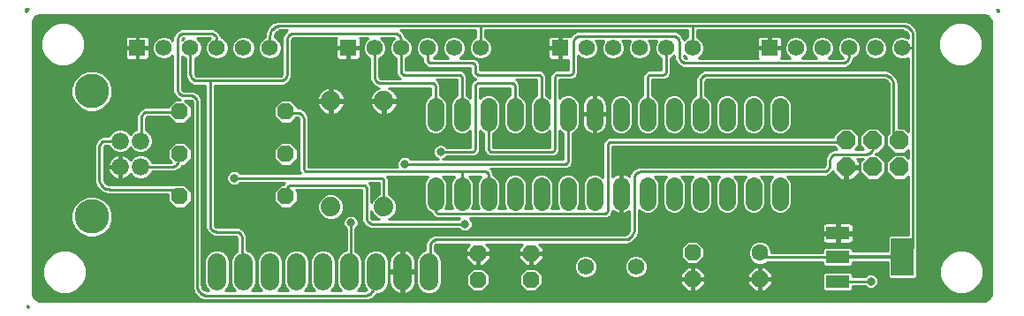
<source format=gtl>
G75*
%MOIN*%
%OFA0B0*%
%FSLAX24Y24*%
%IPPOS*%
%LPD*%
%AMOC8*
5,1,8,0,0,1.08239X$1,22.5*
%
%ADD10C,0.0620*%
%ADD11C,0.0620*%
%ADD12OC8,0.0620*%
%ADD13C,0.0740*%
%ADD14C,0.0660*%
%ADD15C,0.1300*%
%ADD16R,0.0880X0.0480*%
%ADD17R,0.0866X0.1417*%
%ADD18OC8,0.0630*%
%ADD19C,0.0630*%
%ADD20OC8,0.0700*%
%ADD21C,0.0700*%
%ADD22R,0.0615X0.0615*%
%ADD23C,0.0615*%
%ADD24C,0.0100*%
%ADD25C,0.0317*%
D10*
X016961Y004129D02*
X016961Y004749D01*
X017961Y004749D02*
X017961Y004129D01*
X018961Y004129D02*
X018961Y004749D01*
X019961Y004749D02*
X019961Y004129D01*
X020961Y004129D02*
X020961Y004749D01*
X021961Y004749D02*
X021961Y004129D01*
X022961Y004129D02*
X022961Y004749D01*
X023961Y004749D02*
X023961Y004129D01*
X024961Y004129D02*
X024961Y004749D01*
X025961Y004749D02*
X025961Y004129D01*
X026961Y004129D02*
X026961Y004749D01*
X027961Y004749D02*
X027961Y004129D01*
X028961Y004129D02*
X028961Y004749D01*
X029961Y004749D02*
X029961Y004129D01*
X029961Y007129D02*
X029961Y007749D01*
X028961Y007749D02*
X028961Y007129D01*
X027961Y007129D02*
X027961Y007749D01*
X026961Y007749D02*
X026961Y007129D01*
X025961Y007129D02*
X025961Y007749D01*
X024961Y007749D02*
X024961Y007129D01*
X023961Y007129D02*
X023961Y007749D01*
X022961Y007749D02*
X022961Y007129D01*
X021961Y007129D02*
X021961Y007749D01*
X020961Y007749D02*
X020961Y007129D01*
X019961Y007129D02*
X019961Y007749D01*
X018961Y007749D02*
X018961Y007129D01*
X017961Y007129D02*
X017961Y007749D01*
X016961Y007749D02*
X016961Y007129D01*
D11*
X022627Y001681D03*
X024527Y001681D03*
D12*
X026656Y001217D03*
X026656Y002217D03*
X020561Y002189D03*
X018561Y002189D03*
X018561Y001189D03*
X020561Y001189D03*
X011311Y004339D03*
X007311Y004339D03*
X007311Y005939D03*
X011311Y005939D03*
X011311Y007539D03*
X007311Y007539D03*
D13*
X013011Y007939D03*
X015011Y007939D03*
X015011Y003939D03*
X013011Y003939D03*
D14*
X005841Y005447D03*
X005061Y005447D03*
X005061Y006431D03*
X005841Y006431D03*
D15*
X003991Y008309D03*
X003991Y003569D03*
D16*
X032141Y002949D03*
X032141Y002039D03*
X032141Y001129D03*
D17*
X034581Y002039D03*
D18*
X029199Y001209D03*
D19*
X029199Y002209D03*
D20*
X032461Y005439D03*
X033461Y005439D03*
X034461Y005439D03*
X034461Y006439D03*
X033461Y006439D03*
X032461Y006439D03*
D21*
X016711Y001839D02*
X016711Y001139D01*
X015711Y001139D02*
X015711Y001839D01*
X014711Y001839D02*
X014711Y001139D01*
X013711Y001139D02*
X013711Y001839D01*
X012711Y001839D02*
X012711Y001139D01*
X011711Y001139D02*
X011711Y001839D01*
X010711Y001839D02*
X010711Y001139D01*
X009711Y001139D02*
X009711Y001839D01*
X008711Y001839D02*
X008711Y001139D01*
D22*
X005711Y009939D03*
X013661Y009939D03*
X021661Y009939D03*
X029561Y009939D03*
D23*
X030561Y009939D03*
X031561Y009939D03*
X032561Y009939D03*
X033561Y009939D03*
X034561Y009939D03*
X026661Y009939D03*
X025661Y009939D03*
X024661Y009939D03*
X023661Y009939D03*
X022661Y009939D03*
X018661Y009939D03*
X017661Y009939D03*
X016661Y009939D03*
X015661Y009939D03*
X014661Y009939D03*
X010711Y009939D03*
X009711Y009939D03*
X008711Y009939D03*
X007711Y009939D03*
X006711Y009939D03*
D24*
X001611Y000150D02*
X001561Y000150D01*
X001561Y000200D01*
X001611Y000150D01*
X001571Y000189D02*
X001561Y000189D01*
X001895Y000440D02*
X001812Y000523D01*
X001767Y000631D01*
X001761Y000689D01*
X001761Y010885D01*
X001767Y010944D01*
X001812Y011052D01*
X001895Y011135D01*
X002003Y011180D01*
X002061Y011185D01*
X037631Y011185D01*
X037690Y011180D01*
X037798Y011135D01*
X037881Y011052D01*
X037926Y010944D01*
X037931Y010885D01*
X037931Y000689D01*
X037926Y000631D01*
X037881Y000523D01*
X037798Y000440D01*
X037690Y000395D01*
X037631Y000389D01*
X002061Y000389D01*
X002003Y000395D01*
X001895Y000440D01*
X001850Y000485D02*
X008062Y000485D01*
X008033Y000497D02*
X008244Y000409D01*
X014382Y000409D01*
X014593Y000497D01*
X014754Y000658D01*
X014754Y000659D01*
X014807Y000659D01*
X014983Y000732D01*
X015118Y000867D01*
X015191Y001044D01*
X015191Y001935D01*
X015118Y002111D01*
X014983Y002246D01*
X014807Y002319D01*
X014616Y002319D01*
X014439Y002246D01*
X014304Y002111D01*
X014231Y001935D01*
X014231Y001044D01*
X014304Y000867D01*
X014372Y000800D01*
X014309Y000773D01*
X014268Y000769D01*
X014020Y000769D01*
X014118Y000867D01*
X014191Y001044D01*
X014191Y001935D01*
X014118Y002111D01*
X013983Y002246D01*
X013943Y002263D01*
X013945Y003110D01*
X014011Y003175D01*
X014055Y003282D01*
X014055Y003396D01*
X014011Y003503D01*
X013930Y003584D01*
X013823Y003628D01*
X013709Y003628D01*
X013602Y003584D01*
X013521Y003503D01*
X013477Y003396D01*
X013477Y003282D01*
X013521Y003175D01*
X013585Y003111D01*
X013583Y002306D01*
X013439Y002246D01*
X013304Y002111D01*
X013231Y001935D01*
X013231Y001044D01*
X013304Y000867D01*
X013402Y000769D01*
X013020Y000769D01*
X013118Y000867D01*
X013191Y001044D01*
X013191Y001935D01*
X013118Y002111D01*
X012983Y002246D01*
X012807Y002319D01*
X012616Y002319D01*
X012439Y002246D01*
X012304Y002111D01*
X012231Y001935D01*
X012231Y001044D01*
X012304Y000867D01*
X012402Y000769D01*
X012020Y000769D01*
X012118Y000867D01*
X012191Y001044D01*
X012191Y001935D01*
X012118Y002111D01*
X011983Y002246D01*
X011807Y002319D01*
X011616Y002319D01*
X011439Y002246D01*
X011304Y002111D01*
X011231Y001935D01*
X011231Y001044D01*
X011304Y000867D01*
X011402Y000769D01*
X011020Y000769D01*
X011118Y000867D01*
X011191Y001044D01*
X011191Y001935D01*
X011118Y002111D01*
X010983Y002246D01*
X010807Y002319D01*
X010616Y002319D01*
X010439Y002246D01*
X010304Y002111D01*
X010231Y001935D01*
X010231Y001044D01*
X010304Y000867D01*
X010402Y000769D01*
X010020Y000769D01*
X010118Y000867D01*
X010191Y001044D01*
X010191Y001935D01*
X010118Y002111D01*
X009983Y002246D01*
X009841Y002305D01*
X009841Y002863D01*
X009726Y003063D01*
X009526Y003178D01*
X008699Y003178D01*
X008681Y003180D01*
X008650Y003199D01*
X008632Y003230D01*
X008629Y003248D01*
X008629Y008530D01*
X011226Y008530D01*
X011426Y008645D01*
X011426Y008645D01*
X011541Y008845D01*
X011541Y010239D01*
X011544Y010257D01*
X011562Y010289D01*
X011593Y010307D01*
X011611Y010309D01*
X013217Y010309D01*
X013214Y010305D01*
X013204Y010267D01*
X013204Y009968D01*
X013633Y009968D01*
X013633Y009911D01*
X013690Y009911D01*
X013690Y009968D01*
X014119Y009968D01*
X014119Y010267D01*
X014109Y010305D01*
X014106Y010309D01*
X014413Y010309D01*
X014290Y010187D01*
X014224Y010026D01*
X014224Y009852D01*
X014290Y009692D01*
X014413Y009568D01*
X014481Y009540D01*
X014481Y008743D01*
X014596Y008543D01*
X014596Y008543D01*
X014596Y008543D01*
X014796Y008428D01*
X014833Y008428D01*
X014812Y008421D01*
X014739Y008384D01*
X014673Y008336D01*
X014615Y008278D01*
X014567Y008212D01*
X014529Y008139D01*
X014504Y008061D01*
X014493Y007989D01*
X014961Y007989D01*
X014961Y007889D01*
X015061Y007889D01*
X015061Y007421D01*
X015133Y007432D01*
X015211Y007457D01*
X015284Y007495D01*
X015350Y007543D01*
X015408Y007601D01*
X015456Y007667D01*
X015493Y007740D01*
X015518Y007818D01*
X015530Y007889D01*
X015061Y007889D01*
X015061Y007989D01*
X015530Y007989D01*
X015518Y008061D01*
X015493Y008139D01*
X015456Y008212D01*
X015408Y008278D01*
X015350Y008336D01*
X015284Y008384D01*
X015211Y008421D01*
X015189Y008428D01*
X016775Y008428D01*
X016775Y008148D01*
X016712Y008122D01*
X016588Y007999D01*
X016521Y007837D01*
X016521Y007042D01*
X016588Y006880D01*
X016712Y006756D01*
X016874Y006689D01*
X017049Y006689D01*
X017210Y006756D01*
X017334Y006880D01*
X017401Y007042D01*
X017401Y007837D01*
X017334Y007999D01*
X017210Y008122D01*
X017135Y008154D01*
X017135Y008565D01*
X017053Y008707D01*
X016982Y008748D01*
X017781Y008748D01*
X017781Y008151D01*
X017712Y008122D01*
X017588Y007999D01*
X017521Y007837D01*
X017521Y007042D01*
X017588Y006880D01*
X017712Y006756D01*
X017874Y006689D01*
X018049Y006689D01*
X018210Y006756D01*
X018281Y006827D01*
X018281Y006197D01*
X017381Y006197D01*
X017316Y006262D01*
X017210Y006306D01*
X017095Y006306D01*
X016989Y006262D01*
X016908Y006180D01*
X016864Y006074D01*
X016864Y005959D01*
X016908Y005853D01*
X016989Y005772D01*
X017076Y005736D01*
X016027Y005736D01*
X015962Y005801D01*
X015856Y005845D01*
X015741Y005845D01*
X015635Y005801D01*
X015553Y005720D01*
X015510Y005614D01*
X015510Y005499D01*
X015531Y005448D01*
X012172Y005448D01*
X012172Y007355D01*
X012057Y007554D01*
X012057Y007554D01*
X012057Y007554D01*
X011857Y007669D01*
X011751Y007669D01*
X011751Y007722D01*
X011494Y007979D01*
X011129Y007979D01*
X010871Y007722D01*
X010871Y007357D01*
X011129Y007099D01*
X011494Y007099D01*
X011704Y007309D01*
X011742Y007309D01*
X011760Y007307D01*
X011791Y007289D01*
X011810Y007257D01*
X011812Y007239D01*
X011812Y005311D01*
X009433Y005311D01*
X009419Y005317D02*
X009304Y005317D01*
X009198Y005274D01*
X009116Y005192D01*
X009073Y005086D01*
X009073Y004971D01*
X009116Y004865D01*
X009198Y004784D01*
X009304Y004740D01*
X009419Y004740D01*
X009525Y004784D01*
X009590Y004849D01*
X011279Y004849D01*
X011246Y004830D01*
X011217Y004779D01*
X011129Y004779D01*
X010871Y004522D01*
X010871Y004157D01*
X011129Y003899D01*
X011494Y003899D01*
X011751Y004157D01*
X011751Y004522D01*
X011688Y004585D01*
X014178Y004585D01*
X014178Y003424D01*
X014293Y003225D01*
X014293Y003225D01*
X014293Y003225D01*
X014493Y003109D01*
X017833Y003109D01*
X017898Y003045D01*
X018004Y003001D01*
X018119Y003001D01*
X018225Y003045D01*
X018306Y003126D01*
X018350Y003232D01*
X018350Y003347D01*
X018306Y003453D01*
X018250Y003509D01*
X023418Y003509D01*
X023418Y003509D01*
X023560Y003591D01*
X023641Y003733D01*
X023641Y003799D01*
X023662Y003779D01*
X023720Y003736D01*
X023785Y003703D01*
X023854Y003681D01*
X023925Y003669D01*
X023931Y003669D01*
X023931Y004409D01*
X023991Y004409D01*
X023991Y003669D01*
X023997Y003669D01*
X024069Y003681D01*
X024138Y003703D01*
X024202Y003736D01*
X024261Y003779D01*
X024281Y003799D01*
X024281Y003096D01*
X024277Y003054D01*
X024245Y002977D01*
X024186Y002918D01*
X024109Y002886D01*
X024068Y002882D01*
X016889Y002882D01*
X016689Y002766D01*
X016689Y002766D01*
X016689Y002766D01*
X016574Y002565D01*
X016575Y002524D01*
X016575Y002524D01*
X016575Y002461D01*
X016575Y002449D01*
X016576Y002375D01*
X016576Y002303D01*
X016439Y002246D01*
X016304Y002111D01*
X016231Y001935D01*
X016231Y001044D01*
X016304Y000867D01*
X016439Y000732D01*
X016616Y000659D01*
X016807Y000659D01*
X016983Y000732D01*
X017118Y000867D01*
X017191Y001044D01*
X017191Y001935D01*
X017118Y002111D01*
X016983Y002246D01*
X016936Y002266D01*
X016935Y002439D01*
X016935Y002452D01*
X016937Y002470D01*
X016955Y002501D01*
X016987Y002520D01*
X017005Y002522D01*
X018243Y002522D01*
X018101Y002380D01*
X018101Y002219D01*
X018531Y002219D01*
X018531Y002159D01*
X018591Y002159D01*
X018591Y001729D01*
X018752Y001729D01*
X019021Y001999D01*
X019021Y002159D01*
X018591Y002159D01*
X018591Y002219D01*
X019021Y002219D01*
X019021Y002380D01*
X018879Y002522D01*
X020243Y002522D01*
X020101Y002380D01*
X020101Y002219D01*
X020531Y002219D01*
X020531Y002159D01*
X020591Y002159D01*
X020591Y001729D01*
X020752Y001729D01*
X021021Y001999D01*
X021021Y002159D01*
X020591Y002159D01*
X020591Y002219D01*
X021021Y002219D01*
X021021Y002380D01*
X020879Y002522D01*
X024182Y002522D01*
X024393Y002609D01*
X024554Y002771D01*
X024641Y002982D01*
X024641Y003827D01*
X024712Y003756D01*
X024874Y003689D01*
X025049Y003689D01*
X025210Y003756D01*
X025334Y003880D01*
X025401Y004042D01*
X025401Y004837D01*
X025334Y004999D01*
X025245Y005088D01*
X025678Y005088D01*
X025588Y004999D01*
X025521Y004837D01*
X025521Y004042D01*
X025588Y003880D01*
X025712Y003756D01*
X025874Y003689D01*
X026049Y003689D01*
X026210Y003756D01*
X026334Y003880D01*
X026401Y004042D01*
X026401Y004837D01*
X026334Y004999D01*
X026245Y005088D01*
X026678Y005088D01*
X026588Y004999D01*
X026521Y004837D01*
X026521Y004042D01*
X026588Y003880D01*
X026712Y003756D01*
X026874Y003689D01*
X027049Y003689D01*
X027210Y003756D01*
X027334Y003880D01*
X027401Y004042D01*
X027401Y004837D01*
X027334Y004999D01*
X027245Y005088D01*
X027678Y005088D01*
X027588Y004999D01*
X027521Y004837D01*
X027521Y004042D01*
X027588Y003880D01*
X027712Y003756D01*
X027874Y003689D01*
X028049Y003689D01*
X028210Y003756D01*
X028334Y003880D01*
X028401Y004042D01*
X028401Y004837D01*
X028334Y004999D01*
X028245Y005088D01*
X028678Y005088D01*
X028588Y004999D01*
X028521Y004837D01*
X028521Y004042D01*
X028588Y003880D01*
X028712Y003756D01*
X028874Y003689D01*
X029049Y003689D01*
X029210Y003756D01*
X029334Y003880D01*
X029401Y004042D01*
X029401Y004837D01*
X029334Y004999D01*
X029245Y005088D01*
X029678Y005088D01*
X029588Y004999D01*
X029521Y004837D01*
X029521Y004042D01*
X029588Y003880D01*
X029712Y003756D01*
X029874Y003689D01*
X030049Y003689D01*
X030210Y003756D01*
X030334Y003880D01*
X030401Y004042D01*
X030401Y004837D01*
X030334Y004999D01*
X030245Y005088D01*
X031708Y005088D01*
X031908Y005203D01*
X031908Y005203D01*
X031908Y005203D01*
X031961Y005296D01*
X031961Y005232D01*
X032254Y004939D01*
X032411Y004939D01*
X032411Y005389D01*
X032511Y005389D01*
X032511Y004939D01*
X032668Y004939D01*
X032961Y005232D01*
X032961Y005389D01*
X032511Y005389D01*
X032511Y005489D01*
X032961Y005489D01*
X032961Y005646D01*
X032859Y005749D01*
X033092Y005749D01*
X032981Y005638D01*
X032981Y005241D01*
X033262Y004959D01*
X033660Y004959D01*
X033941Y005241D01*
X033941Y005638D01*
X033660Y005919D01*
X033558Y005919D01*
X033581Y005959D01*
X033660Y005959D01*
X033941Y006241D01*
X033941Y006638D01*
X033660Y006919D01*
X033262Y006919D01*
X032981Y006638D01*
X032981Y006241D01*
X033113Y006109D01*
X032809Y006109D01*
X032941Y006241D01*
X032941Y006638D01*
X032660Y006919D01*
X032262Y006919D01*
X031981Y006638D01*
X031981Y006569D01*
X023505Y006569D01*
X023363Y006488D01*
X023363Y006488D01*
X023363Y006488D01*
X023281Y006346D01*
X023281Y005052D01*
X023210Y005122D01*
X023049Y005189D01*
X022874Y005189D01*
X022712Y005122D01*
X022588Y004999D01*
X022521Y004837D01*
X022521Y004042D01*
X022588Y003880D01*
X022599Y003869D01*
X022324Y003869D01*
X022334Y003880D01*
X022401Y004042D01*
X022401Y004837D01*
X022334Y004999D01*
X022210Y005122D01*
X022049Y005189D01*
X021874Y005189D01*
X021712Y005122D01*
X021588Y004999D01*
X021521Y004837D01*
X021521Y004042D01*
X021588Y003880D01*
X021599Y003869D01*
X021324Y003869D01*
X021334Y003880D01*
X021401Y004042D01*
X021401Y004837D01*
X021334Y004999D01*
X021210Y005122D01*
X021049Y005189D01*
X020874Y005189D01*
X020712Y005122D01*
X020588Y004999D01*
X020521Y004837D01*
X020521Y004042D01*
X020588Y003880D01*
X020599Y003869D01*
X020324Y003869D01*
X020334Y003880D01*
X020401Y004042D01*
X020401Y004837D01*
X020334Y004999D01*
X020210Y005122D01*
X020049Y005189D01*
X019874Y005189D01*
X019712Y005122D01*
X019588Y004999D01*
X019521Y004837D01*
X019521Y004042D01*
X019588Y003880D01*
X019599Y003869D01*
X019324Y003869D01*
X019334Y003880D01*
X019401Y004042D01*
X019401Y004837D01*
X019334Y004999D01*
X019210Y005122D01*
X019141Y005151D01*
X019141Y005225D01*
X019060Y005366D01*
X019042Y005376D01*
X021918Y005376D01*
X022060Y005458D01*
X022141Y005600D01*
X022141Y006728D01*
X022210Y006756D01*
X022334Y006880D01*
X022401Y007042D01*
X022401Y007837D01*
X022334Y007999D01*
X022210Y008122D01*
X022049Y008189D01*
X021874Y008189D01*
X021712Y008122D01*
X021641Y008052D01*
X021641Y008748D01*
X022118Y008748D01*
X022260Y008830D01*
X022341Y008971D01*
X022341Y009641D01*
X022413Y009568D01*
X022574Y009502D01*
X022748Y009502D01*
X022909Y009568D01*
X023032Y009692D01*
X023099Y009852D01*
X023099Y010026D01*
X023032Y010187D01*
X023010Y010209D01*
X023313Y010209D01*
X023290Y010187D01*
X023224Y010026D01*
X023224Y009852D01*
X023290Y009692D01*
X023413Y009568D01*
X023574Y009502D01*
X023748Y009502D01*
X023909Y009568D01*
X024032Y009692D01*
X024099Y009852D01*
X024099Y010026D01*
X024032Y010187D01*
X024010Y010209D01*
X024313Y010209D01*
X024290Y010187D01*
X024224Y010026D01*
X024224Y009852D01*
X024290Y009692D01*
X024413Y009568D01*
X024574Y009502D01*
X024748Y009502D01*
X024909Y009568D01*
X025032Y009692D01*
X025099Y009852D01*
X025099Y010026D01*
X025032Y010187D01*
X025010Y010209D01*
X025313Y010209D01*
X025290Y010187D01*
X025224Y010026D01*
X025224Y009852D01*
X025290Y009692D01*
X025413Y009568D01*
X025481Y009540D01*
X025481Y009108D01*
X025005Y009108D01*
X024863Y009026D01*
X024781Y008885D01*
X024781Y008151D01*
X024712Y008122D01*
X024588Y007999D01*
X024521Y007837D01*
X024521Y007042D01*
X024588Y006880D01*
X024712Y006756D01*
X024874Y006689D01*
X025049Y006689D01*
X025210Y006756D01*
X025334Y006880D01*
X025401Y007042D01*
X025401Y007837D01*
X025334Y007999D01*
X025210Y008122D01*
X025141Y008151D01*
X025141Y008748D01*
X025618Y008748D01*
X025760Y008830D01*
X025841Y008971D01*
X025841Y009540D01*
X025909Y009568D01*
X025981Y009641D01*
X025981Y009512D01*
X026096Y009313D01*
X026096Y009313D01*
X026096Y009313D01*
X026296Y009198D01*
X032426Y009198D01*
X032626Y009313D01*
X032741Y009512D01*
X032741Y009540D01*
X032809Y009568D01*
X032932Y009692D01*
X032999Y009852D01*
X032999Y010026D01*
X032932Y010187D01*
X032809Y010310D01*
X032648Y010377D01*
X032474Y010377D01*
X032313Y010310D01*
X032190Y010187D01*
X032124Y010026D01*
X032124Y009852D01*
X032190Y009692D01*
X032313Y009568D01*
X032331Y009561D01*
X032329Y009560D01*
X032311Y009558D01*
X031783Y009558D01*
X031809Y009568D01*
X031932Y009692D01*
X031999Y009852D01*
X031999Y010026D01*
X031932Y010187D01*
X031809Y010310D01*
X031648Y010377D01*
X031474Y010377D01*
X031313Y010310D01*
X031190Y010187D01*
X031124Y010026D01*
X031124Y009852D01*
X031190Y009692D01*
X031313Y009568D01*
X031340Y009558D01*
X030783Y009558D01*
X030809Y009568D01*
X030932Y009692D01*
X030999Y009852D01*
X030999Y010026D01*
X030932Y010187D01*
X030809Y010310D01*
X030648Y010377D01*
X030474Y010377D01*
X030313Y010310D01*
X030190Y010187D01*
X030124Y010026D01*
X030124Y009852D01*
X030190Y009692D01*
X030313Y009568D01*
X030340Y009558D01*
X029999Y009558D01*
X030009Y009574D01*
X030019Y009612D01*
X030019Y009911D01*
X029590Y009911D01*
X029590Y009968D01*
X030019Y009968D01*
X030019Y010267D01*
X030009Y010305D01*
X029989Y010339D01*
X029961Y010367D01*
X029927Y010387D01*
X029888Y010397D01*
X029590Y010397D01*
X029590Y009968D01*
X029533Y009968D01*
X029533Y010397D01*
X029234Y010397D01*
X029196Y010387D01*
X029162Y010367D01*
X029134Y010339D01*
X029114Y010305D01*
X029104Y010267D01*
X029104Y009968D01*
X029533Y009968D01*
X029533Y009911D01*
X029104Y009911D01*
X029104Y009612D01*
X029114Y009574D01*
X029123Y009558D01*
X026883Y009558D01*
X026909Y009568D01*
X027032Y009692D01*
X027099Y009852D01*
X027099Y010026D01*
X027032Y010187D01*
X026909Y010310D01*
X026841Y010338D01*
X026841Y010600D01*
X034573Y010600D01*
X034615Y010596D01*
X034692Y010564D01*
X034751Y010505D01*
X034783Y010428D01*
X034787Y010386D01*
X034787Y010319D01*
X034648Y010377D01*
X034474Y010377D01*
X034313Y010310D01*
X034190Y010187D01*
X034124Y010026D01*
X034124Y009852D01*
X034190Y009692D01*
X034313Y009568D01*
X034474Y009502D01*
X034648Y009502D01*
X034787Y009559D01*
X034787Y006793D01*
X034660Y006919D01*
X034418Y006919D01*
X034418Y008648D01*
X034331Y008859D01*
X034331Y008859D01*
X034170Y009021D01*
X034170Y009021D01*
X033959Y009108D01*
X027096Y009108D01*
X026896Y008993D01*
X026781Y008793D01*
X026781Y008151D01*
X026712Y008122D01*
X026588Y007999D01*
X026521Y007837D01*
X026521Y007042D01*
X026588Y006880D01*
X026712Y006756D01*
X026874Y006689D01*
X027049Y006689D01*
X027210Y006756D01*
X027334Y006880D01*
X027401Y007042D01*
X027401Y007837D01*
X027334Y007999D01*
X027210Y008122D01*
X027141Y008151D01*
X027141Y008678D01*
X027144Y008696D01*
X027162Y008727D01*
X027193Y008746D01*
X027211Y008748D01*
X033845Y008748D01*
X033886Y008744D01*
X033963Y008712D01*
X034022Y008653D01*
X034054Y008576D01*
X034058Y008534D01*
X034058Y006715D01*
X033981Y006638D01*
X033981Y006241D01*
X034262Y005959D01*
X034660Y005959D01*
X034787Y006086D01*
X034787Y005793D01*
X034660Y005919D01*
X034262Y005919D01*
X033981Y005638D01*
X033981Y005241D01*
X034262Y004959D01*
X034660Y004959D01*
X034787Y005086D01*
X034787Y002878D01*
X034094Y002878D01*
X034018Y002802D01*
X034018Y002269D01*
X032711Y002269D01*
X032711Y002333D01*
X032635Y002409D01*
X031647Y002409D01*
X031571Y002333D01*
X031571Y002219D01*
X029644Y002219D01*
X029644Y002298D01*
X029576Y002461D01*
X029451Y002586D01*
X029288Y002654D01*
X029111Y002654D01*
X028947Y002586D01*
X028822Y002461D01*
X028754Y002298D01*
X028754Y002121D01*
X028822Y001957D01*
X028947Y001832D01*
X029111Y001764D01*
X029288Y001764D01*
X029451Y001832D01*
X029479Y001859D01*
X031571Y001859D01*
X031571Y001746D01*
X031647Y001669D01*
X032635Y001669D01*
X032711Y001746D01*
X032711Y001859D01*
X034018Y001859D01*
X034018Y001277D01*
X034094Y001201D01*
X035068Y001201D01*
X035144Y001277D01*
X035144Y002312D01*
X035146Y002313D01*
X035146Y002314D01*
X035147Y002315D01*
X035147Y002389D01*
X035147Y002462D01*
X035147Y002463D01*
X035147Y010500D01*
X035059Y010711D01*
X035059Y010711D01*
X034898Y010873D01*
X034687Y010960D01*
X010991Y010960D01*
X010780Y010873D01*
X010619Y010711D01*
X010531Y010500D01*
X010531Y010338D01*
X010463Y010310D01*
X010340Y010187D01*
X010274Y010026D01*
X010274Y009852D01*
X010340Y009692D01*
X010463Y009568D01*
X010624Y009502D01*
X010798Y009502D01*
X010959Y009568D01*
X011082Y009692D01*
X011149Y009852D01*
X011149Y010026D01*
X011082Y010187D01*
X010959Y010310D01*
X010891Y010338D01*
X010891Y010386D01*
X010895Y010428D01*
X010895Y010428D01*
X010927Y010505D01*
X010986Y010564D01*
X011063Y010596D01*
X011105Y010600D01*
X011376Y010600D01*
X011296Y010554D01*
X011181Y010355D01*
X011181Y008960D01*
X011179Y008942D01*
X011161Y008910D01*
X011129Y008892D01*
X011111Y008890D01*
X007961Y008890D01*
X007943Y008892D01*
X007912Y008910D01*
X007894Y008942D01*
X007891Y008960D01*
X007891Y009540D01*
X007959Y009568D01*
X008082Y009692D01*
X008149Y009852D01*
X008149Y010026D01*
X008082Y010187D01*
X007960Y010309D01*
X008462Y010309D01*
X008462Y010309D01*
X008340Y010187D01*
X008274Y010026D01*
X008274Y009852D01*
X008340Y009692D01*
X008463Y009568D01*
X008624Y009502D01*
X008798Y009502D01*
X008959Y009568D01*
X009082Y009692D01*
X009149Y009852D01*
X009149Y010026D01*
X009082Y010187D01*
X008959Y010310D01*
X008892Y010338D01*
X008892Y010354D01*
X008892Y010354D01*
X008777Y010554D01*
X008577Y010669D01*
X007357Y010669D01*
X007157Y010554D01*
X007042Y010355D01*
X007042Y010227D01*
X006959Y010310D01*
X006798Y010377D01*
X006624Y010377D01*
X006463Y010310D01*
X006340Y010187D01*
X006274Y010026D01*
X006274Y009852D01*
X006340Y009692D01*
X006463Y009568D01*
X006624Y009502D01*
X006798Y009502D01*
X006959Y009568D01*
X007042Y009651D01*
X007042Y008277D01*
X007157Y008077D01*
X007327Y007979D01*
X007129Y007979D01*
X006871Y007722D01*
X006871Y007709D01*
X005996Y007709D01*
X005996Y007709D01*
X005796Y007594D01*
X005681Y007394D01*
X005681Y006863D01*
X005581Y006821D01*
X005451Y006692D01*
X005322Y006821D01*
X005153Y006891D01*
X004970Y006891D01*
X004801Y006821D01*
X004671Y006692D01*
X004638Y006611D01*
X004407Y006611D01*
X004207Y006496D01*
X004092Y006297D01*
X004092Y004878D01*
X004179Y004668D01*
X004179Y004668D01*
X004341Y004506D01*
X004551Y004419D01*
X006871Y004419D01*
X006871Y004157D01*
X007129Y003899D01*
X007494Y003899D01*
X007751Y004157D01*
X007751Y004522D01*
X007494Y004779D01*
X007316Y004779D01*
X007300Y004790D01*
X007247Y004779D01*
X007129Y004779D01*
X007128Y004779D01*
X004666Y004779D01*
X004624Y004783D01*
X004547Y004815D01*
X004488Y004874D01*
X004456Y004951D01*
X004452Y004993D01*
X004452Y006181D01*
X004454Y006200D01*
X004472Y006231D01*
X004504Y006249D01*
X004522Y006251D01*
X004638Y006251D01*
X004671Y006171D01*
X004801Y006042D01*
X004970Y005971D01*
X005153Y005971D01*
X005322Y006042D01*
X005451Y006171D01*
X005451Y006171D01*
X005451Y006171D01*
X005581Y006042D01*
X005750Y005971D01*
X005933Y005971D01*
X006102Y006042D01*
X006231Y006171D01*
X006301Y006340D01*
X006301Y006523D01*
X006231Y006692D01*
X006102Y006821D01*
X006041Y006847D01*
X006041Y007279D01*
X006044Y007297D01*
X006062Y007328D01*
X006093Y007346D01*
X006111Y007349D01*
X006880Y007349D01*
X007129Y007099D01*
X007494Y007099D01*
X007751Y007357D01*
X007751Y007722D01*
X007511Y007962D01*
X007714Y007962D01*
X007733Y007960D01*
X007764Y007942D01*
X007782Y007910D01*
X007784Y007892D01*
X007784Y000869D01*
X007872Y000658D01*
X008033Y000497D01*
X008033Y000497D01*
X008033Y000497D01*
X007946Y000583D02*
X001787Y000583D01*
X001762Y000682D02*
X002742Y000682D01*
X002796Y000659D02*
X003126Y000659D01*
X003431Y000786D01*
X003665Y001019D01*
X003791Y001324D01*
X003791Y001654D01*
X003665Y001959D01*
X003431Y002193D01*
X003126Y002319D01*
X002796Y002319D01*
X002491Y002193D01*
X002258Y001959D01*
X002131Y001654D01*
X002131Y001324D01*
X002258Y001019D01*
X002491Y000786D01*
X002796Y000659D01*
X002504Y000780D02*
X001761Y000780D01*
X001761Y000879D02*
X002398Y000879D01*
X002300Y000977D02*
X001761Y000977D01*
X001761Y001076D02*
X002234Y001076D01*
X002193Y001174D02*
X001761Y001174D01*
X001761Y001273D02*
X002153Y001273D01*
X002131Y001371D02*
X001761Y001371D01*
X001761Y001470D02*
X002131Y001470D01*
X002131Y001568D02*
X001761Y001568D01*
X001761Y001667D02*
X002136Y001667D01*
X002177Y001765D02*
X001761Y001765D01*
X001761Y001864D02*
X002218Y001864D01*
X002261Y001962D02*
X001761Y001962D01*
X001761Y002061D02*
X002359Y002061D01*
X002458Y002159D02*
X001761Y002159D01*
X001761Y002258D02*
X002648Y002258D01*
X003275Y002258D02*
X007784Y002258D01*
X007784Y002356D02*
X001761Y002356D01*
X001761Y002455D02*
X007784Y002455D01*
X007784Y002553D02*
X001761Y002553D01*
X001761Y002652D02*
X007784Y002652D01*
X007784Y002750D02*
X001761Y002750D01*
X001761Y002849D02*
X003692Y002849D01*
X003549Y002908D02*
X003836Y002789D01*
X004146Y002789D01*
X004433Y002908D01*
X004653Y003128D01*
X004771Y003414D01*
X004771Y003725D01*
X004653Y004011D01*
X004433Y004231D01*
X004146Y004349D01*
X003836Y004349D01*
X003549Y004231D01*
X003330Y004011D01*
X003211Y003725D01*
X003211Y003414D01*
X003330Y003128D01*
X003549Y002908D01*
X003510Y002947D02*
X001761Y002947D01*
X001761Y003046D02*
X003412Y003046D01*
X003323Y003144D02*
X001761Y003144D01*
X001761Y003243D02*
X003282Y003243D01*
X003241Y003341D02*
X001761Y003341D01*
X001761Y003440D02*
X003211Y003440D01*
X003211Y003538D02*
X001761Y003538D01*
X001761Y003637D02*
X003211Y003637D01*
X003216Y003735D02*
X001761Y003735D01*
X001761Y003834D02*
X003257Y003834D01*
X003297Y003932D02*
X001761Y003932D01*
X001761Y004031D02*
X003350Y004031D01*
X003448Y004129D02*
X001761Y004129D01*
X001761Y004228D02*
X003547Y004228D01*
X003781Y004326D02*
X001761Y004326D01*
X001761Y004425D02*
X004537Y004425D01*
X004341Y004506D02*
X004341Y004506D01*
X004323Y004523D02*
X001761Y004523D01*
X001761Y004622D02*
X004225Y004622D01*
X004157Y004720D02*
X001761Y004720D01*
X001761Y004819D02*
X004117Y004819D01*
X004092Y004917D02*
X001761Y004917D01*
X001761Y005016D02*
X004092Y005016D01*
X004092Y005114D02*
X001761Y005114D01*
X001761Y005213D02*
X004092Y005213D01*
X004092Y005311D02*
X001761Y005311D01*
X001761Y005410D02*
X004092Y005410D01*
X004092Y005508D02*
X001761Y005508D01*
X001761Y005607D02*
X004092Y005607D01*
X004092Y005705D02*
X001761Y005705D01*
X001761Y005804D02*
X004092Y005804D01*
X004092Y005902D02*
X001761Y005902D01*
X001761Y006001D02*
X004092Y006001D01*
X004092Y006099D02*
X001761Y006099D01*
X001761Y006198D02*
X004092Y006198D01*
X004092Y006296D02*
X001761Y006296D01*
X001761Y006395D02*
X004149Y006395D01*
X004205Y006493D02*
X001761Y006493D01*
X001761Y006592D02*
X004373Y006592D01*
X004207Y006496D02*
X004207Y006496D01*
X004207Y006496D01*
X004522Y006431D02*
X005061Y006431D01*
X004660Y006198D02*
X004454Y006198D01*
X004272Y006181D02*
X004274Y006211D01*
X004279Y006241D01*
X004288Y006270D01*
X004301Y006297D01*
X004316Y006323D01*
X004335Y006347D01*
X004356Y006368D01*
X004380Y006387D01*
X004406Y006402D01*
X004433Y006415D01*
X004462Y006424D01*
X004492Y006429D01*
X004522Y006431D01*
X004671Y006690D02*
X001761Y006690D01*
X001761Y006789D02*
X004768Y006789D01*
X004960Y006887D02*
X001761Y006887D01*
X001761Y006986D02*
X005681Y006986D01*
X005681Y007084D02*
X001761Y007084D01*
X001761Y007183D02*
X005681Y007183D01*
X005681Y007281D02*
X001761Y007281D01*
X001761Y007380D02*
X005681Y007380D01*
X005730Y007478D02*
X001761Y007478D01*
X001761Y007577D02*
X003721Y007577D01*
X003836Y007529D02*
X003549Y007648D01*
X003330Y007868D01*
X003211Y008154D01*
X003211Y008465D01*
X003330Y008751D01*
X003549Y008971D01*
X003836Y009089D01*
X004146Y009089D01*
X004433Y008971D01*
X004653Y008751D01*
X004771Y008465D01*
X004771Y008154D01*
X004653Y007868D01*
X004433Y007648D01*
X004146Y007529D01*
X003836Y007529D01*
X003522Y007675D02*
X001761Y007675D01*
X001761Y007774D02*
X003424Y007774D01*
X003328Y007872D02*
X001761Y007872D01*
X001761Y007971D02*
X003287Y007971D01*
X003246Y008069D02*
X001761Y008069D01*
X001761Y008168D02*
X003211Y008168D01*
X003211Y008266D02*
X001761Y008266D01*
X001761Y008365D02*
X003211Y008365D01*
X003211Y008463D02*
X001761Y008463D01*
X001761Y008562D02*
X003252Y008562D01*
X003292Y008660D02*
X001761Y008660D01*
X001761Y008759D02*
X003338Y008759D01*
X003436Y008857D02*
X001761Y008857D01*
X001761Y008956D02*
X003535Y008956D01*
X003752Y009054D02*
X001761Y009054D01*
X001761Y009153D02*
X007042Y009153D01*
X007042Y009251D02*
X001761Y009251D01*
X001761Y009350D02*
X002516Y009350D01*
X002430Y009386D02*
X002735Y009259D01*
X003065Y009259D01*
X003370Y009386D01*
X003603Y009619D01*
X003730Y009924D01*
X003730Y010254D01*
X003603Y010559D01*
X003370Y010793D01*
X003065Y010919D01*
X002735Y010919D01*
X002430Y010793D01*
X002196Y010559D01*
X002070Y010254D01*
X002070Y009924D01*
X002196Y009619D01*
X002430Y009386D01*
X002367Y009448D02*
X001761Y009448D01*
X001761Y009547D02*
X002269Y009547D01*
X002185Y009645D02*
X001761Y009645D01*
X001761Y009744D02*
X002145Y009744D01*
X002104Y009842D02*
X001761Y009842D01*
X001761Y009941D02*
X002070Y009941D01*
X002070Y010039D02*
X001761Y010039D01*
X001761Y010138D02*
X002070Y010138D01*
X002070Y010236D02*
X001761Y010236D01*
X001761Y010335D02*
X002103Y010335D01*
X002144Y010433D02*
X001761Y010433D01*
X001761Y010532D02*
X002185Y010532D01*
X002267Y010630D02*
X001761Y010630D01*
X001761Y010729D02*
X002366Y010729D01*
X002513Y010827D02*
X001761Y010827D01*
X001765Y010926D02*
X010909Y010926D01*
X010780Y010873D02*
X010780Y010873D01*
X010735Y010827D02*
X003287Y010827D01*
X003434Y010729D02*
X010636Y010729D01*
X010619Y010711D02*
X010619Y010711D01*
X010585Y010630D02*
X008645Y010630D01*
X008777Y010554D02*
X008777Y010554D01*
X008790Y010532D02*
X010544Y010532D01*
X010531Y010433D02*
X008846Y010433D01*
X008900Y010335D02*
X009523Y010335D01*
X009463Y010310D02*
X009340Y010187D01*
X009274Y010026D01*
X009274Y009852D01*
X009340Y009692D01*
X009463Y009568D01*
X009624Y009502D01*
X009798Y009502D01*
X009959Y009568D01*
X010082Y009692D01*
X010149Y009852D01*
X010149Y010026D01*
X010082Y010187D01*
X009959Y010310D01*
X009798Y010377D01*
X009624Y010377D01*
X009463Y010310D01*
X009390Y010236D02*
X009033Y010236D01*
X009103Y010138D02*
X009320Y010138D01*
X009279Y010039D02*
X009143Y010039D01*
X009149Y009941D02*
X009274Y009941D01*
X009278Y009842D02*
X009145Y009842D01*
X009104Y009744D02*
X009319Y009744D01*
X009387Y009645D02*
X009036Y009645D01*
X008907Y009547D02*
X009516Y009547D01*
X009907Y009547D02*
X010516Y009547D01*
X010387Y009645D02*
X010036Y009645D01*
X010104Y009744D02*
X010319Y009744D01*
X010278Y009842D02*
X010145Y009842D01*
X010149Y009941D02*
X010274Y009941D01*
X010279Y010039D02*
X010143Y010039D01*
X010103Y010138D02*
X010320Y010138D01*
X010390Y010236D02*
X010033Y010236D01*
X009900Y010335D02*
X010523Y010335D01*
X010711Y010386D02*
X010711Y009939D01*
X011104Y009744D02*
X011181Y009744D01*
X011181Y009842D02*
X011145Y009842D01*
X011149Y009941D02*
X011181Y009941D01*
X011181Y010039D02*
X011143Y010039D01*
X011103Y010138D02*
X011181Y010138D01*
X011181Y010236D02*
X011033Y010236D01*
X010900Y010335D02*
X011181Y010335D01*
X011105Y010780D02*
X011066Y010778D01*
X011028Y010772D01*
X010991Y010763D01*
X010954Y010750D01*
X010919Y010733D01*
X010886Y010714D01*
X010855Y010691D01*
X010826Y010665D01*
X010800Y010636D01*
X010777Y010605D01*
X010758Y010572D01*
X010741Y010537D01*
X010728Y010500D01*
X010719Y010463D01*
X010713Y010425D01*
X010711Y010386D01*
X010898Y010433D02*
X011227Y010433D01*
X011284Y010532D02*
X010954Y010532D01*
X011296Y010554D02*
X011296Y010554D01*
X011296Y010554D01*
X011611Y010489D02*
X015411Y010489D01*
X015411Y010309D02*
X015412Y010309D01*
X015290Y010187D01*
X015224Y010026D01*
X015224Y009852D01*
X015290Y009692D01*
X015413Y009568D01*
X015481Y009540D01*
X015481Y008971D01*
X015563Y008830D01*
X015563Y008830D01*
X015635Y008788D01*
X014911Y008788D01*
X014893Y008791D01*
X014862Y008809D01*
X014844Y008840D01*
X014841Y008858D01*
X014841Y009540D01*
X014909Y009568D01*
X015032Y009692D01*
X015099Y009852D01*
X015099Y010026D01*
X015032Y010187D01*
X014910Y010309D01*
X015411Y010309D01*
X015411Y010489D02*
X015441Y010487D01*
X015471Y010482D01*
X015500Y010473D01*
X015527Y010460D01*
X015553Y010445D01*
X015577Y010426D01*
X015598Y010405D01*
X015617Y010381D01*
X015632Y010355D01*
X015645Y010328D01*
X015654Y010299D01*
X015659Y010269D01*
X015661Y010239D01*
X015661Y009939D01*
X015661Y009053D01*
X015663Y009033D01*
X015667Y009014D01*
X015675Y008996D01*
X015685Y008980D01*
X015698Y008965D01*
X015713Y008952D01*
X015729Y008942D01*
X015747Y008934D01*
X015766Y008930D01*
X015786Y008928D01*
X017836Y008928D01*
X017856Y008926D01*
X017875Y008922D01*
X017893Y008914D01*
X017909Y008904D01*
X017924Y008891D01*
X017937Y008876D01*
X017947Y008860D01*
X017955Y008842D01*
X017959Y008823D01*
X017961Y008803D01*
X017961Y007439D01*
X017521Y007478D02*
X017401Y007478D01*
X017401Y007380D02*
X017521Y007380D01*
X017521Y007281D02*
X017401Y007281D01*
X017401Y007183D02*
X017521Y007183D01*
X017521Y007084D02*
X017401Y007084D01*
X017378Y006986D02*
X017544Y006986D01*
X017585Y006887D02*
X017337Y006887D01*
X017243Y006789D02*
X017679Y006789D01*
X017871Y006690D02*
X017051Y006690D01*
X016871Y006690D02*
X012172Y006690D01*
X012172Y006592D02*
X018281Y006592D01*
X018281Y006690D02*
X018051Y006690D01*
X018243Y006789D02*
X018281Y006789D01*
X018641Y006789D02*
X018679Y006789D01*
X018712Y006756D02*
X018781Y006728D01*
X018781Y006060D01*
X018863Y005919D01*
X018863Y005919D01*
X019005Y005837D01*
X021418Y005837D01*
X021560Y005919D01*
X021641Y006060D01*
X021641Y006827D01*
X021712Y006756D01*
X021781Y006728D01*
X021781Y005736D01*
X021762Y005736D01*
X017230Y005736D01*
X017316Y005772D01*
X017381Y005837D01*
X018418Y005837D01*
X018560Y005919D01*
X018641Y006060D01*
X018641Y006827D01*
X018712Y006756D01*
X018781Y006690D02*
X018641Y006690D01*
X018641Y006592D02*
X018781Y006592D01*
X018781Y006493D02*
X018641Y006493D01*
X018641Y006395D02*
X018781Y006395D01*
X018781Y006296D02*
X018641Y006296D01*
X018641Y006198D02*
X018781Y006198D01*
X018781Y006099D02*
X018641Y006099D01*
X018607Y006001D02*
X018816Y006001D01*
X018863Y005919D02*
X018863Y005919D01*
X018891Y005902D02*
X018531Y005902D01*
X018560Y005919D02*
X018560Y005919D01*
X018560Y005919D01*
X018336Y006017D02*
X017153Y006017D01*
X016888Y005902D02*
X012172Y005902D01*
X012172Y005804D02*
X015641Y005804D01*
X015547Y005705D02*
X012172Y005705D01*
X012172Y005607D02*
X015510Y005607D01*
X015510Y005508D02*
X012172Y005508D01*
X011992Y005393D02*
X011994Y005373D01*
X011998Y005354D01*
X012006Y005336D01*
X012016Y005320D01*
X012029Y005305D01*
X012044Y005292D01*
X012060Y005282D01*
X012078Y005274D01*
X012097Y005270D01*
X012117Y005268D01*
X017961Y005268D01*
X017961Y004439D01*
X017521Y004425D02*
X017401Y004425D01*
X017401Y004523D02*
X017521Y004523D01*
X017521Y004622D02*
X017401Y004622D01*
X017401Y004720D02*
X017521Y004720D01*
X017521Y004819D02*
X017401Y004819D01*
X017401Y004837D02*
X017334Y004999D01*
X017245Y005088D01*
X017678Y005088D01*
X017588Y004999D01*
X017521Y004837D01*
X017521Y004042D01*
X017588Y003880D01*
X017599Y003869D01*
X017324Y003869D01*
X017334Y003880D01*
X017401Y004042D01*
X017401Y004837D01*
X017368Y004917D02*
X017555Y004917D01*
X017606Y005016D02*
X017317Y005016D01*
X016678Y005088D02*
X016588Y004999D01*
X016521Y004837D01*
X016521Y004042D01*
X016588Y003880D01*
X016712Y003756D01*
X016785Y003726D01*
X016863Y003591D01*
X017005Y003509D01*
X017873Y003509D01*
X017833Y003469D01*
X015183Y003469D01*
X015294Y003515D01*
X015435Y003656D01*
X015511Y003840D01*
X015511Y004039D01*
X015435Y004223D01*
X015294Y004363D01*
X015191Y004406D01*
X015191Y004985D01*
X015132Y005088D01*
X016678Y005088D01*
X016606Y005016D02*
X015174Y005016D01*
X015191Y004917D02*
X016555Y004917D01*
X016521Y004819D02*
X015191Y004819D01*
X015191Y004720D02*
X016521Y004720D01*
X016521Y004622D02*
X015191Y004622D01*
X015191Y004523D02*
X016521Y004523D01*
X016521Y004425D02*
X015191Y004425D01*
X015331Y004326D02*
X016521Y004326D01*
X016521Y004228D02*
X015430Y004228D01*
X015474Y004129D02*
X016521Y004129D01*
X016526Y004031D02*
X015511Y004031D01*
X015511Y003932D02*
X016567Y003932D01*
X016634Y003834D02*
X015509Y003834D01*
X015468Y003735D02*
X016763Y003735D01*
X016837Y003637D02*
X015416Y003637D01*
X015317Y003538D02*
X016954Y003538D01*
X016863Y003591D02*
X016863Y003591D01*
X016863Y003591D01*
X017086Y003689D02*
X023336Y003689D01*
X023356Y003691D01*
X023375Y003695D01*
X023393Y003703D01*
X023409Y003713D01*
X023424Y003726D01*
X023437Y003741D01*
X023447Y003757D01*
X023455Y003775D01*
X023459Y003794D01*
X023461Y003814D01*
X023461Y006264D01*
X023463Y006284D01*
X023467Y006303D01*
X023475Y006321D01*
X023485Y006337D01*
X023498Y006352D01*
X023513Y006365D01*
X023529Y006375D01*
X023547Y006383D01*
X023566Y006387D01*
X023586Y006389D01*
X032461Y006389D01*
X032461Y006439D01*
X032941Y006395D02*
X032981Y006395D01*
X032981Y006493D02*
X032941Y006493D01*
X032941Y006592D02*
X032981Y006592D01*
X033033Y006690D02*
X032889Y006690D01*
X032791Y006789D02*
X033132Y006789D01*
X033230Y006887D02*
X032692Y006887D01*
X032230Y006887D02*
X030337Y006887D01*
X030334Y006880D02*
X030401Y007042D01*
X030401Y007837D01*
X030334Y007999D01*
X030210Y008122D01*
X030049Y008189D01*
X029874Y008189D01*
X029712Y008122D01*
X029588Y007999D01*
X029521Y007837D01*
X029521Y007042D01*
X029588Y006880D01*
X029712Y006756D01*
X029874Y006689D01*
X030049Y006689D01*
X030210Y006756D01*
X030334Y006880D01*
X030378Y006986D02*
X034058Y006986D01*
X034058Y007084D02*
X030401Y007084D01*
X030401Y007183D02*
X034058Y007183D01*
X034058Y007281D02*
X030401Y007281D01*
X030401Y007380D02*
X034058Y007380D01*
X034058Y007478D02*
X030401Y007478D01*
X030401Y007577D02*
X034058Y007577D01*
X034058Y007675D02*
X030401Y007675D01*
X030401Y007774D02*
X034058Y007774D01*
X034058Y007872D02*
X030387Y007872D01*
X030346Y007971D02*
X034058Y007971D01*
X034058Y008069D02*
X030263Y008069D01*
X030101Y008168D02*
X034058Y008168D01*
X034058Y008266D02*
X027141Y008266D01*
X027141Y008168D02*
X027822Y008168D01*
X027874Y008189D02*
X027712Y008122D01*
X027588Y007999D01*
X027521Y007837D01*
X027521Y007042D01*
X027588Y006880D01*
X027712Y006756D01*
X027874Y006689D01*
X028049Y006689D01*
X028210Y006756D01*
X028334Y006880D01*
X028401Y007042D01*
X028401Y007837D01*
X028334Y007999D01*
X028210Y008122D01*
X028049Y008189D01*
X027874Y008189D01*
X028101Y008168D02*
X028822Y008168D01*
X028874Y008189D02*
X028712Y008122D01*
X028588Y007999D01*
X028521Y007837D01*
X028521Y007042D01*
X028588Y006880D01*
X028712Y006756D01*
X028874Y006689D01*
X029049Y006689D01*
X029210Y006756D01*
X029334Y006880D01*
X029401Y007042D01*
X029401Y007837D01*
X029334Y007999D01*
X029210Y008122D01*
X029049Y008189D01*
X028874Y008189D01*
X029101Y008168D02*
X029822Y008168D01*
X029659Y008069D02*
X029263Y008069D01*
X029346Y007971D02*
X029577Y007971D01*
X029536Y007872D02*
X029387Y007872D01*
X029401Y007774D02*
X029521Y007774D01*
X029521Y007675D02*
X029401Y007675D01*
X029401Y007577D02*
X029521Y007577D01*
X029521Y007478D02*
X029401Y007478D01*
X029401Y007380D02*
X029521Y007380D01*
X029521Y007281D02*
X029401Y007281D01*
X029401Y007183D02*
X029521Y007183D01*
X029521Y007084D02*
X029401Y007084D01*
X029378Y006986D02*
X029544Y006986D01*
X029585Y006887D02*
X029337Y006887D01*
X029243Y006789D02*
X029679Y006789D01*
X029871Y006690D02*
X029051Y006690D01*
X028871Y006690D02*
X028051Y006690D01*
X027871Y006690D02*
X027051Y006690D01*
X026871Y006690D02*
X026051Y006690D01*
X026049Y006689D02*
X026210Y006756D01*
X026334Y006880D01*
X026401Y007042D01*
X026401Y007837D01*
X026334Y007999D01*
X026210Y008122D01*
X026049Y008189D01*
X025874Y008189D01*
X025712Y008122D01*
X025588Y007999D01*
X025521Y007837D01*
X025521Y007042D01*
X025588Y006880D01*
X025712Y006756D01*
X025874Y006689D01*
X026049Y006689D01*
X025871Y006690D02*
X025051Y006690D01*
X024871Y006690D02*
X024051Y006690D01*
X024049Y006689D02*
X024210Y006756D01*
X024334Y006880D01*
X024401Y007042D01*
X024401Y007837D01*
X024334Y007999D01*
X024210Y008122D01*
X024049Y008189D01*
X023874Y008189D01*
X023712Y008122D01*
X023588Y007999D01*
X023521Y007837D01*
X023521Y007042D01*
X023588Y006880D01*
X023712Y006756D01*
X023874Y006689D01*
X024049Y006689D01*
X023871Y006690D02*
X023099Y006690D01*
X023069Y006681D02*
X023138Y006703D01*
X023202Y006736D01*
X023261Y006779D01*
X023312Y006830D01*
X023355Y006888D01*
X023388Y006953D01*
X023410Y007022D01*
X023421Y007093D01*
X023421Y007409D01*
X022991Y007409D01*
X022991Y006669D01*
X022997Y006669D01*
X023069Y006681D01*
X022991Y006690D02*
X022931Y006690D01*
X022931Y006669D02*
X022931Y007409D01*
X022991Y007409D01*
X022991Y007469D01*
X023421Y007469D01*
X023421Y007786D01*
X023410Y007857D01*
X023388Y007926D01*
X023355Y007990D01*
X023312Y008049D01*
X023261Y008100D01*
X023202Y008143D01*
X023138Y008176D01*
X023069Y008198D01*
X022997Y008209D01*
X022991Y008209D01*
X022991Y007469D01*
X022931Y007469D01*
X022931Y007409D01*
X022501Y007409D01*
X022501Y007093D01*
X022513Y007022D01*
X022535Y006953D01*
X022568Y006888D01*
X022610Y006830D01*
X022662Y006779D01*
X022720Y006736D01*
X022785Y006703D01*
X022854Y006681D01*
X022925Y006669D01*
X022931Y006669D01*
X022824Y006690D02*
X022141Y006690D01*
X022141Y006592D02*
X031981Y006592D01*
X032033Y006690D02*
X030051Y006690D01*
X030243Y006789D02*
X032132Y006789D01*
X032941Y006296D02*
X032981Y006296D01*
X033024Y006198D02*
X032899Y006198D01*
X033211Y005929D02*
X033241Y005931D01*
X033271Y005936D01*
X033300Y005945D01*
X033327Y005958D01*
X033353Y005973D01*
X033377Y005992D01*
X033398Y006013D01*
X033417Y006037D01*
X033432Y006063D01*
X033445Y006090D01*
X033454Y006119D01*
X033459Y006149D01*
X033461Y006179D01*
X033461Y006439D01*
X033941Y006395D02*
X033981Y006395D01*
X033981Y006493D02*
X033941Y006493D01*
X033941Y006592D02*
X033981Y006592D01*
X034033Y006690D02*
X033889Y006690D01*
X033791Y006789D02*
X034058Y006789D01*
X034058Y006887D02*
X033692Y006887D01*
X034418Y006986D02*
X034787Y006986D01*
X034787Y007084D02*
X034418Y007084D01*
X034418Y007183D02*
X034787Y007183D01*
X034787Y007281D02*
X034418Y007281D01*
X034418Y007380D02*
X034787Y007380D01*
X034787Y007478D02*
X034418Y007478D01*
X034418Y007577D02*
X034787Y007577D01*
X034787Y007675D02*
X034418Y007675D01*
X034418Y007774D02*
X034787Y007774D01*
X034787Y007872D02*
X034418Y007872D01*
X034418Y007971D02*
X034787Y007971D01*
X034787Y008069D02*
X034418Y008069D01*
X034418Y008168D02*
X034787Y008168D01*
X034787Y008266D02*
X034418Y008266D01*
X034418Y008365D02*
X034787Y008365D01*
X034787Y008463D02*
X034418Y008463D01*
X034418Y008562D02*
X034787Y008562D01*
X034787Y008660D02*
X034413Y008660D01*
X034373Y008759D02*
X034787Y008759D01*
X034787Y008857D02*
X034332Y008857D01*
X034234Y008956D02*
X034787Y008956D01*
X034787Y009054D02*
X034088Y009054D01*
X033845Y008928D02*
X027211Y008928D01*
X027003Y009054D02*
X025841Y009054D01*
X025832Y008956D02*
X026875Y008956D01*
X026896Y008993D02*
X026896Y008993D01*
X026896Y008993D01*
X026818Y008857D02*
X025776Y008857D01*
X025760Y008830D02*
X025760Y008830D01*
X025760Y008830D01*
X025637Y008759D02*
X026781Y008759D01*
X026781Y008660D02*
X025141Y008660D01*
X025141Y008562D02*
X026781Y008562D01*
X026781Y008463D02*
X025141Y008463D01*
X025141Y008365D02*
X026781Y008365D01*
X026781Y008266D02*
X025141Y008266D01*
X025141Y008168D02*
X025822Y008168D01*
X025659Y008069D02*
X025263Y008069D01*
X025346Y007971D02*
X025577Y007971D01*
X025536Y007872D02*
X025387Y007872D01*
X025401Y007774D02*
X025521Y007774D01*
X025521Y007675D02*
X025401Y007675D01*
X025401Y007577D02*
X025521Y007577D01*
X025521Y007478D02*
X025401Y007478D01*
X025401Y007380D02*
X025521Y007380D01*
X025521Y007281D02*
X025401Y007281D01*
X025401Y007183D02*
X025521Y007183D01*
X025521Y007084D02*
X025401Y007084D01*
X025378Y006986D02*
X025544Y006986D01*
X025585Y006887D02*
X025337Y006887D01*
X025243Y006789D02*
X025679Y006789D01*
X026243Y006789D02*
X026679Y006789D01*
X026585Y006887D02*
X026337Y006887D01*
X026378Y006986D02*
X026544Y006986D01*
X026521Y007084D02*
X026401Y007084D01*
X026401Y007183D02*
X026521Y007183D01*
X026521Y007281D02*
X026401Y007281D01*
X026401Y007380D02*
X026521Y007380D01*
X026521Y007478D02*
X026401Y007478D01*
X026401Y007577D02*
X026521Y007577D01*
X026521Y007675D02*
X026401Y007675D01*
X026401Y007774D02*
X026521Y007774D01*
X026536Y007872D02*
X026387Y007872D01*
X026346Y007971D02*
X026577Y007971D01*
X026659Y008069D02*
X026263Y008069D01*
X026101Y008168D02*
X026781Y008168D01*
X027141Y008365D02*
X034058Y008365D01*
X034058Y008463D02*
X027141Y008463D01*
X027141Y008562D02*
X034056Y008562D01*
X034015Y008660D02*
X027141Y008660D01*
X026961Y008678D02*
X026963Y008708D01*
X026968Y008738D01*
X026977Y008767D01*
X026990Y008794D01*
X027005Y008820D01*
X027024Y008844D01*
X027045Y008865D01*
X027069Y008884D01*
X027095Y008899D01*
X027122Y008912D01*
X027151Y008921D01*
X027181Y008926D01*
X027211Y008928D01*
X026961Y008678D02*
X026961Y007439D01*
X027401Y007478D02*
X027521Y007478D01*
X027521Y007380D02*
X027401Y007380D01*
X027401Y007281D02*
X027521Y007281D01*
X027521Y007183D02*
X027401Y007183D01*
X027401Y007084D02*
X027521Y007084D01*
X027544Y006986D02*
X027378Y006986D01*
X027337Y006887D02*
X027585Y006887D01*
X027679Y006789D02*
X027243Y006789D01*
X028243Y006789D02*
X028679Y006789D01*
X028585Y006887D02*
X028337Y006887D01*
X028378Y006986D02*
X028544Y006986D01*
X028521Y007084D02*
X028401Y007084D01*
X028401Y007183D02*
X028521Y007183D01*
X028521Y007281D02*
X028401Y007281D01*
X028401Y007380D02*
X028521Y007380D01*
X028521Y007478D02*
X028401Y007478D01*
X028401Y007577D02*
X028521Y007577D01*
X028521Y007675D02*
X028401Y007675D01*
X028401Y007774D02*
X028521Y007774D01*
X028536Y007872D02*
X028387Y007872D01*
X028346Y007971D02*
X028577Y007971D01*
X028659Y008069D02*
X028263Y008069D01*
X027659Y008069D02*
X027263Y008069D01*
X027346Y007971D02*
X027577Y007971D01*
X027536Y007872D02*
X027387Y007872D01*
X027401Y007774D02*
X027521Y007774D01*
X027521Y007675D02*
X027401Y007675D01*
X027401Y007577D02*
X027521Y007577D01*
X024961Y007439D02*
X024961Y008803D01*
X024963Y008823D01*
X024967Y008842D01*
X024975Y008860D01*
X024985Y008876D01*
X024998Y008891D01*
X025013Y008904D01*
X025029Y008914D01*
X025047Y008922D01*
X025066Y008926D01*
X025086Y008928D01*
X025536Y008928D01*
X025556Y008930D01*
X025575Y008934D01*
X025593Y008942D01*
X025609Y008952D01*
X025624Y008965D01*
X025637Y008980D01*
X025647Y008996D01*
X025655Y009014D01*
X025659Y009033D01*
X025661Y009053D01*
X025661Y009939D01*
X025224Y009941D02*
X025099Y009941D01*
X025093Y010039D02*
X025229Y010039D01*
X025270Y010138D02*
X025053Y010138D01*
X025095Y009842D02*
X025228Y009842D01*
X025269Y009744D02*
X025054Y009744D01*
X024986Y009645D02*
X025337Y009645D01*
X025466Y009547D02*
X024857Y009547D01*
X024466Y009547D02*
X023857Y009547D01*
X023986Y009645D02*
X024337Y009645D01*
X024269Y009744D02*
X024054Y009744D01*
X024095Y009842D02*
X024228Y009842D01*
X024224Y009941D02*
X024099Y009941D01*
X024093Y010039D02*
X024229Y010039D01*
X024270Y010138D02*
X024053Y010138D01*
X023270Y010138D02*
X023053Y010138D01*
X023093Y010039D02*
X023229Y010039D01*
X023224Y009941D02*
X023099Y009941D01*
X023095Y009842D02*
X023228Y009842D01*
X023269Y009744D02*
X023054Y009744D01*
X022986Y009645D02*
X023337Y009645D01*
X023466Y009547D02*
X022857Y009547D01*
X022466Y009547D02*
X022341Y009547D01*
X022341Y009448D02*
X025481Y009448D01*
X025481Y009350D02*
X022341Y009350D01*
X022341Y009251D02*
X025481Y009251D01*
X025481Y009153D02*
X022341Y009153D01*
X022341Y009054D02*
X024912Y009054D01*
X024863Y009026D02*
X024863Y009026D01*
X024863Y009026D01*
X024822Y008956D02*
X022332Y008956D01*
X022276Y008857D02*
X024781Y008857D01*
X024781Y008759D02*
X022137Y008759D01*
X022260Y008830D02*
X022260Y008830D01*
X022260Y008830D01*
X022036Y008928D02*
X021586Y008928D01*
X021566Y008926D01*
X021547Y008922D01*
X021529Y008914D01*
X021513Y008904D01*
X021498Y008891D01*
X021485Y008876D01*
X021475Y008860D01*
X021467Y008842D01*
X021463Y008823D01*
X021461Y008803D01*
X021461Y006142D01*
X021459Y006122D01*
X021455Y006103D01*
X021447Y006085D01*
X021437Y006069D01*
X021424Y006054D01*
X021409Y006041D01*
X021393Y006031D01*
X021375Y006023D01*
X021356Y006019D01*
X021336Y006017D01*
X019086Y006017D01*
X019066Y006019D01*
X019047Y006023D01*
X019029Y006031D01*
X019013Y006041D01*
X018998Y006054D01*
X018985Y006069D01*
X018975Y006085D01*
X018967Y006103D01*
X018963Y006122D01*
X018961Y006142D01*
X018961Y007439D01*
X019401Y007478D02*
X019521Y007478D01*
X019521Y007380D02*
X019401Y007380D01*
X019401Y007281D02*
X019521Y007281D01*
X019521Y007183D02*
X019401Y007183D01*
X019401Y007084D02*
X019521Y007084D01*
X019521Y007042D02*
X019588Y006880D01*
X019712Y006756D01*
X019874Y006689D01*
X020049Y006689D01*
X020210Y006756D01*
X020334Y006880D01*
X020401Y007042D01*
X020401Y007837D01*
X020334Y007999D01*
X020210Y008122D01*
X020141Y008151D01*
X020141Y008565D01*
X020060Y008707D01*
X020060Y008707D01*
X020060Y008707D01*
X019988Y008748D01*
X020781Y008748D01*
X020781Y008151D01*
X020712Y008122D01*
X020588Y007999D01*
X020521Y007837D01*
X020521Y007042D01*
X020588Y006880D01*
X020712Y006756D01*
X020874Y006689D01*
X021049Y006689D01*
X021210Y006756D01*
X021281Y006827D01*
X021281Y006197D01*
X019141Y006197D01*
X019141Y006728D01*
X019210Y006756D01*
X019334Y006880D01*
X019401Y007042D01*
X019401Y007837D01*
X019334Y007999D01*
X019210Y008122D01*
X019049Y008189D01*
X018874Y008189D01*
X018712Y008122D01*
X018641Y008052D01*
X018641Y008428D01*
X019781Y008428D01*
X019781Y008151D01*
X019712Y008122D01*
X019588Y007999D01*
X019521Y007837D01*
X019521Y007042D01*
X019544Y006986D02*
X019378Y006986D01*
X019337Y006887D02*
X019585Y006887D01*
X019679Y006789D02*
X019243Y006789D01*
X019141Y006690D02*
X019871Y006690D01*
X020051Y006690D02*
X020871Y006690D01*
X021051Y006690D02*
X021281Y006690D01*
X021281Y006592D02*
X019141Y006592D01*
X019141Y006493D02*
X021281Y006493D01*
X021281Y006395D02*
X019141Y006395D01*
X019141Y006296D02*
X021281Y006296D01*
X021281Y006198D02*
X019141Y006198D01*
X018461Y006142D02*
X018461Y008483D01*
X018463Y008503D01*
X018467Y008522D01*
X018475Y008540D01*
X018485Y008556D01*
X018498Y008571D01*
X018513Y008584D01*
X018529Y008594D01*
X018547Y008602D01*
X018566Y008606D01*
X018586Y008608D01*
X019836Y008608D01*
X019856Y008606D01*
X019875Y008602D01*
X019893Y008594D01*
X019909Y008584D01*
X019924Y008571D01*
X019937Y008556D01*
X019947Y008540D01*
X019955Y008522D01*
X019959Y008503D01*
X019961Y008483D01*
X019961Y007439D01*
X020401Y007478D02*
X020521Y007478D01*
X020521Y007380D02*
X020401Y007380D01*
X020401Y007281D02*
X020521Y007281D01*
X020521Y007183D02*
X020401Y007183D01*
X020401Y007084D02*
X020521Y007084D01*
X020544Y006986D02*
X020378Y006986D01*
X020337Y006887D02*
X020585Y006887D01*
X020679Y006789D02*
X020243Y006789D01*
X021243Y006789D02*
X021281Y006789D01*
X021641Y006789D02*
X021679Y006789D01*
X021641Y006690D02*
X021781Y006690D01*
X021781Y006592D02*
X021641Y006592D01*
X021641Y006493D02*
X021781Y006493D01*
X021781Y006395D02*
X021641Y006395D01*
X021641Y006296D02*
X021781Y006296D01*
X021781Y006198D02*
X021641Y006198D01*
X021641Y006099D02*
X021781Y006099D01*
X021781Y006001D02*
X021607Y006001D01*
X021560Y005919D02*
X021560Y005919D01*
X021560Y005919D01*
X021531Y005902D02*
X021781Y005902D01*
X021781Y005804D02*
X017348Y005804D01*
X016957Y005804D02*
X015955Y005804D01*
X015798Y005556D02*
X021836Y005556D01*
X021856Y005558D01*
X021875Y005562D01*
X021893Y005570D01*
X021909Y005580D01*
X021924Y005593D01*
X021937Y005608D01*
X021947Y005624D01*
X021955Y005642D01*
X021959Y005661D01*
X021961Y005681D01*
X021961Y007439D01*
X022401Y007478D02*
X022501Y007478D01*
X022501Y007469D02*
X022931Y007469D01*
X022931Y008209D01*
X022925Y008209D01*
X022854Y008198D01*
X022785Y008176D01*
X022720Y008143D01*
X022662Y008100D01*
X022610Y008049D01*
X022568Y007990D01*
X022535Y007926D01*
X022513Y007857D01*
X022501Y007786D01*
X022501Y007469D01*
X022501Y007380D02*
X022401Y007380D01*
X022401Y007281D02*
X022501Y007281D01*
X022501Y007183D02*
X022401Y007183D01*
X022401Y007084D02*
X022503Y007084D01*
X022524Y006986D02*
X022378Y006986D01*
X022337Y006887D02*
X022568Y006887D01*
X022651Y006789D02*
X022243Y006789D01*
X022931Y006789D02*
X022991Y006789D01*
X022991Y006887D02*
X022931Y006887D01*
X022931Y006986D02*
X022991Y006986D01*
X022991Y007084D02*
X022931Y007084D01*
X022931Y007183D02*
X022991Y007183D01*
X022991Y007281D02*
X022931Y007281D01*
X022931Y007380D02*
X022991Y007380D01*
X022991Y007478D02*
X022931Y007478D01*
X022931Y007577D02*
X022991Y007577D01*
X022991Y007675D02*
X022931Y007675D01*
X022931Y007774D02*
X022991Y007774D01*
X022991Y007872D02*
X022931Y007872D01*
X022931Y007971D02*
X022991Y007971D01*
X022991Y008069D02*
X022931Y008069D01*
X022931Y008168D02*
X022991Y008168D01*
X023153Y008168D02*
X023822Y008168D01*
X023659Y008069D02*
X023292Y008069D01*
X023365Y007971D02*
X023577Y007971D01*
X023536Y007872D02*
X023405Y007872D01*
X023421Y007774D02*
X023521Y007774D01*
X023521Y007675D02*
X023421Y007675D01*
X023421Y007577D02*
X023521Y007577D01*
X023521Y007478D02*
X023421Y007478D01*
X023421Y007380D02*
X023521Y007380D01*
X023521Y007281D02*
X023421Y007281D01*
X023421Y007183D02*
X023521Y007183D01*
X023521Y007084D02*
X023420Y007084D01*
X023398Y006986D02*
X023544Y006986D01*
X023585Y006887D02*
X023354Y006887D01*
X023271Y006789D02*
X023679Y006789D01*
X023373Y006493D02*
X022141Y006493D01*
X022141Y006395D02*
X023309Y006395D01*
X023281Y006296D02*
X022141Y006296D01*
X022141Y006198D02*
X023281Y006198D01*
X023281Y006099D02*
X022141Y006099D01*
X022141Y006001D02*
X023281Y006001D01*
X023281Y005902D02*
X022141Y005902D01*
X022141Y005804D02*
X023281Y005804D01*
X023281Y005705D02*
X022141Y005705D01*
X022141Y005607D02*
X023281Y005607D01*
X023281Y005508D02*
X022089Y005508D01*
X022060Y005458D02*
X022060Y005458D01*
X022060Y005458D01*
X021976Y005410D02*
X023281Y005410D01*
X023281Y005311D02*
X019091Y005311D01*
X019060Y005366D02*
X019060Y005366D01*
X019141Y005213D02*
X023281Y005213D01*
X023281Y005114D02*
X023219Y005114D01*
X023641Y005114D02*
X023681Y005114D01*
X023662Y005100D02*
X023641Y005080D01*
X023641Y006209D01*
X032012Y006209D01*
X032113Y006109D01*
X031978Y006109D01*
X031778Y005994D01*
X031778Y005994D01*
X031778Y005994D01*
X031663Y005794D01*
X031663Y005518D01*
X031661Y005500D01*
X031643Y005469D01*
X031611Y005450D01*
X031593Y005448D01*
X024596Y005448D01*
X024396Y005333D01*
X024396Y005333D01*
X024281Y005133D01*
X024281Y005080D01*
X024261Y005100D01*
X024202Y005143D01*
X024138Y005176D01*
X024069Y005198D01*
X023997Y005209D01*
X023991Y005209D01*
X023991Y004469D01*
X023931Y004469D01*
X023931Y005209D01*
X023925Y005209D01*
X023854Y005198D01*
X023785Y005176D01*
X023720Y005143D01*
X023662Y005100D01*
X023641Y005213D02*
X024327Y005213D01*
X024281Y005133D02*
X024281Y005133D01*
X024281Y005114D02*
X024241Y005114D01*
X024461Y005018D02*
X024461Y003096D01*
X024281Y003144D02*
X018314Y003144D01*
X018350Y003243D02*
X024281Y003243D01*
X024281Y003341D02*
X018350Y003341D01*
X018311Y003440D02*
X024281Y003440D01*
X024281Y003538D02*
X023468Y003538D01*
X023560Y003591D02*
X023560Y003591D01*
X023586Y003637D02*
X024281Y003637D01*
X024281Y003735D02*
X024201Y003735D01*
X023991Y003735D02*
X023931Y003735D01*
X023931Y003834D02*
X023991Y003834D01*
X023991Y003932D02*
X023931Y003932D01*
X023931Y004031D02*
X023991Y004031D01*
X023991Y004129D02*
X023931Y004129D01*
X023931Y004228D02*
X023991Y004228D01*
X023991Y004326D02*
X023931Y004326D01*
X023931Y004523D02*
X023991Y004523D01*
X023991Y004622D02*
X023931Y004622D01*
X023931Y004720D02*
X023991Y004720D01*
X023991Y004819D02*
X023931Y004819D01*
X023931Y004917D02*
X023991Y004917D01*
X023991Y005016D02*
X023931Y005016D01*
X023931Y005114D02*
X023991Y005114D01*
X023641Y005311D02*
X024384Y005311D01*
X024530Y005410D02*
X023641Y005410D01*
X023641Y005508D02*
X031662Y005508D01*
X031843Y005518D02*
X031841Y005488D01*
X031836Y005458D01*
X031827Y005429D01*
X031814Y005402D01*
X031799Y005376D01*
X031780Y005352D01*
X031759Y005331D01*
X031735Y005312D01*
X031709Y005297D01*
X031682Y005284D01*
X031653Y005275D01*
X031623Y005270D01*
X031593Y005268D01*
X024711Y005268D01*
X024681Y005266D01*
X024651Y005261D01*
X024622Y005252D01*
X024595Y005239D01*
X024569Y005224D01*
X024545Y005205D01*
X024524Y005184D01*
X024505Y005160D01*
X024490Y005134D01*
X024477Y005107D01*
X024468Y005078D01*
X024463Y005048D01*
X024461Y005018D01*
X025317Y005016D02*
X025606Y005016D01*
X025555Y004917D02*
X025368Y004917D01*
X025401Y004819D02*
X025521Y004819D01*
X025521Y004720D02*
X025401Y004720D01*
X025401Y004622D02*
X025521Y004622D01*
X025521Y004523D02*
X025401Y004523D01*
X025401Y004425D02*
X025521Y004425D01*
X025521Y004326D02*
X025401Y004326D01*
X025401Y004228D02*
X025521Y004228D01*
X025521Y004129D02*
X025401Y004129D01*
X025397Y004031D02*
X025526Y004031D01*
X025567Y003932D02*
X025356Y003932D01*
X025288Y003834D02*
X025634Y003834D01*
X025763Y003735D02*
X025160Y003735D01*
X024763Y003735D02*
X024641Y003735D01*
X024641Y003637D02*
X034787Y003637D01*
X034787Y003735D02*
X030160Y003735D01*
X030288Y003834D02*
X034787Y003834D01*
X034787Y003932D02*
X030356Y003932D01*
X030397Y004031D02*
X034787Y004031D01*
X034787Y004129D02*
X030401Y004129D01*
X030401Y004228D02*
X034787Y004228D01*
X034787Y004326D02*
X030401Y004326D01*
X030401Y004425D02*
X034787Y004425D01*
X034787Y004523D02*
X030401Y004523D01*
X030401Y004622D02*
X034787Y004622D01*
X034787Y004720D02*
X030401Y004720D01*
X030401Y004819D02*
X034787Y004819D01*
X034787Y004917D02*
X030368Y004917D01*
X030317Y005016D02*
X032178Y005016D01*
X032079Y005114D02*
X031754Y005114D01*
X031913Y005213D02*
X031981Y005213D01*
X032411Y005213D02*
X032511Y005213D01*
X032511Y005311D02*
X032411Y005311D01*
X032511Y005410D02*
X032981Y005410D01*
X032981Y005508D02*
X032961Y005508D01*
X032961Y005607D02*
X032981Y005607D01*
X033048Y005705D02*
X032902Y005705D01*
X033211Y005929D02*
X032093Y005929D01*
X031962Y006099D02*
X023641Y006099D01*
X023641Y006001D02*
X031791Y006001D01*
X031726Y005902D02*
X023641Y005902D01*
X023641Y005804D02*
X031669Y005804D01*
X031663Y005705D02*
X023641Y005705D01*
X023641Y005607D02*
X031663Y005607D01*
X031843Y005679D02*
X031843Y005518D01*
X031843Y005679D02*
X031845Y005709D01*
X031850Y005739D01*
X031859Y005768D01*
X031872Y005795D01*
X031887Y005821D01*
X031906Y005845D01*
X031927Y005866D01*
X031951Y005885D01*
X031977Y005900D01*
X032004Y005913D01*
X032033Y005922D01*
X032063Y005927D01*
X032093Y005929D01*
X032024Y006198D02*
X023641Y006198D01*
X024243Y006789D02*
X024679Y006789D01*
X024585Y006887D02*
X024337Y006887D01*
X024378Y006986D02*
X024544Y006986D01*
X024521Y007084D02*
X024401Y007084D01*
X024401Y007183D02*
X024521Y007183D01*
X024521Y007281D02*
X024401Y007281D01*
X024401Y007380D02*
X024521Y007380D01*
X024521Y007478D02*
X024401Y007478D01*
X024401Y007577D02*
X024521Y007577D01*
X024521Y007675D02*
X024401Y007675D01*
X024401Y007774D02*
X024521Y007774D01*
X024536Y007872D02*
X024387Y007872D01*
X024346Y007971D02*
X024577Y007971D01*
X024659Y008069D02*
X024263Y008069D01*
X024101Y008168D02*
X024781Y008168D01*
X024781Y008266D02*
X021641Y008266D01*
X021641Y008168D02*
X021822Y008168D01*
X021659Y008069D02*
X021641Y008069D01*
X021281Y008069D02*
X021263Y008069D01*
X021281Y008052D02*
X021210Y008122D01*
X021141Y008151D01*
X021141Y008885D01*
X021060Y009026D01*
X021060Y009026D01*
X021060Y009026D01*
X020918Y009108D01*
X020762Y009108D01*
X018661Y009108D01*
X018641Y009108D01*
X018641Y009334D01*
X018560Y009476D01*
X018560Y009476D01*
X018560Y009476D01*
X018418Y009558D01*
X017883Y009558D01*
X017909Y009568D01*
X018032Y009692D01*
X018099Y009852D01*
X018099Y010026D01*
X018032Y010187D01*
X017909Y010310D01*
X017748Y010377D01*
X017574Y010377D01*
X017413Y010310D01*
X017290Y010187D01*
X017224Y010026D01*
X017224Y009852D01*
X017290Y009692D01*
X017413Y009568D01*
X017440Y009558D01*
X016883Y009558D01*
X016909Y009568D01*
X017032Y009692D01*
X017099Y009852D01*
X017099Y010026D01*
X017032Y010187D01*
X016909Y010310D01*
X016748Y010377D01*
X016574Y010377D01*
X016413Y010310D01*
X016290Y010187D01*
X016224Y010026D01*
X016224Y009852D01*
X016290Y009692D01*
X016413Y009568D01*
X016481Y009540D01*
X016481Y009421D01*
X016563Y009279D01*
X016705Y009198D01*
X018281Y009198D01*
X018281Y008971D01*
X018363Y008830D01*
X018363Y008830D01*
X018470Y008768D01*
X018363Y008707D01*
X018363Y008707D01*
X018363Y008707D01*
X018281Y008565D01*
X018281Y008052D01*
X018210Y008122D01*
X018141Y008151D01*
X018141Y008885D01*
X018060Y009026D01*
X017918Y009108D01*
X015841Y009108D01*
X015841Y009540D01*
X015909Y009568D01*
X016032Y009692D01*
X016099Y009852D01*
X016099Y010026D01*
X016032Y010187D01*
X015909Y010310D01*
X015841Y010338D01*
X015841Y010355D01*
X015726Y010554D01*
X015726Y010554D01*
X015647Y010600D01*
X018481Y010600D01*
X018481Y010338D01*
X018413Y010310D01*
X018290Y010187D01*
X018224Y010026D01*
X018224Y009852D01*
X018290Y009692D01*
X018413Y009568D01*
X018574Y009502D01*
X018748Y009502D01*
X018909Y009568D01*
X019032Y009692D01*
X019099Y009852D01*
X019099Y010026D01*
X019032Y010187D01*
X018909Y010310D01*
X018841Y010338D01*
X018841Y010600D01*
X026481Y010600D01*
X026481Y010338D01*
X026413Y010310D01*
X026341Y010238D01*
X026341Y010255D01*
X026226Y010454D01*
X026226Y010454D01*
X026026Y010569D01*
X022296Y010569D01*
X022096Y010454D01*
X022050Y010373D01*
X022027Y010387D01*
X021988Y010397D01*
X021690Y010397D01*
X021690Y009968D01*
X021633Y009968D01*
X021633Y010397D01*
X021334Y010397D01*
X021296Y010387D01*
X021262Y010367D01*
X021234Y010339D01*
X021214Y010305D01*
X021204Y010267D01*
X021204Y009968D01*
X021633Y009968D01*
X021633Y009911D01*
X021690Y009911D01*
X021690Y009482D01*
X021981Y009482D01*
X021981Y009108D01*
X021505Y009108D01*
X021363Y009026D01*
X021281Y008885D01*
X021281Y008052D01*
X021281Y008168D02*
X021141Y008168D01*
X021141Y008266D02*
X021281Y008266D01*
X021281Y008365D02*
X021141Y008365D01*
X021141Y008463D02*
X021281Y008463D01*
X021281Y008562D02*
X021141Y008562D01*
X021141Y008660D02*
X021281Y008660D01*
X021281Y008759D02*
X021141Y008759D01*
X021141Y008857D02*
X021281Y008857D01*
X021322Y008956D02*
X021100Y008956D01*
X021011Y009054D02*
X021412Y009054D01*
X021363Y009026D02*
X021363Y009026D01*
X021363Y009026D01*
X020836Y008928D02*
X018586Y008928D01*
X018566Y008930D01*
X018547Y008934D01*
X018529Y008942D01*
X018513Y008952D01*
X018498Y008965D01*
X018485Y008980D01*
X018475Y008996D01*
X018467Y009014D01*
X018463Y009033D01*
X018461Y009053D01*
X018461Y009253D01*
X018459Y009273D01*
X018455Y009292D01*
X018447Y009310D01*
X018437Y009326D01*
X018424Y009341D01*
X018409Y009354D01*
X018393Y009364D01*
X018375Y009372D01*
X018356Y009376D01*
X018336Y009378D01*
X016786Y009378D01*
X016766Y009380D01*
X016747Y009384D01*
X016729Y009392D01*
X016713Y009402D01*
X016698Y009415D01*
X016685Y009430D01*
X016675Y009446D01*
X016667Y009464D01*
X016663Y009483D01*
X016661Y009503D01*
X016661Y009939D01*
X016224Y009941D02*
X016099Y009941D01*
X016093Y010039D02*
X016229Y010039D01*
X016270Y010138D02*
X016053Y010138D01*
X015983Y010236D02*
X016340Y010236D01*
X016473Y010335D02*
X015850Y010335D01*
X015796Y010433D02*
X018481Y010433D01*
X018473Y010335D02*
X017850Y010335D01*
X017983Y010236D02*
X018340Y010236D01*
X018270Y010138D02*
X018053Y010138D01*
X018093Y010039D02*
X018229Y010039D01*
X018224Y009941D02*
X018099Y009941D01*
X018095Y009842D02*
X018228Y009842D01*
X018269Y009744D02*
X018054Y009744D01*
X017986Y009645D02*
X018337Y009645D01*
X018436Y009547D02*
X018466Y009547D01*
X018575Y009448D02*
X021981Y009448D01*
X021981Y009350D02*
X018632Y009350D01*
X018641Y009251D02*
X021981Y009251D01*
X021981Y009153D02*
X018641Y009153D01*
X018281Y009153D02*
X015841Y009153D01*
X015841Y009251D02*
X016611Y009251D01*
X016563Y009279D02*
X016563Y009279D01*
X016563Y009279D01*
X016522Y009350D02*
X015841Y009350D01*
X015841Y009448D02*
X016481Y009448D01*
X016466Y009547D02*
X015857Y009547D01*
X015986Y009645D02*
X016337Y009645D01*
X016269Y009744D02*
X016054Y009744D01*
X016095Y009842D02*
X016228Y009842D01*
X016986Y009645D02*
X017337Y009645D01*
X017269Y009744D02*
X017054Y009744D01*
X017095Y009842D02*
X017228Y009842D01*
X017224Y009941D02*
X017099Y009941D01*
X017093Y010039D02*
X017229Y010039D01*
X017270Y010138D02*
X017053Y010138D01*
X016983Y010236D02*
X017340Y010236D01*
X017473Y010335D02*
X016850Y010335D01*
X015739Y010532D02*
X018481Y010532D01*
X018841Y010532D02*
X022231Y010532D01*
X022096Y010454D02*
X022096Y010454D01*
X022096Y010454D01*
X022084Y010433D02*
X018841Y010433D01*
X018850Y010335D02*
X021231Y010335D01*
X021204Y010236D02*
X018983Y010236D01*
X019053Y010138D02*
X021204Y010138D01*
X021204Y010039D02*
X019093Y010039D01*
X019099Y009941D02*
X021633Y009941D01*
X021633Y009911D02*
X021204Y009911D01*
X021204Y009612D01*
X021214Y009574D01*
X021234Y009540D01*
X021262Y009512D01*
X021296Y009492D01*
X021334Y009482D01*
X021633Y009482D01*
X021633Y009911D01*
X021633Y009842D02*
X021690Y009842D01*
X021690Y009744D02*
X021633Y009744D01*
X021633Y009645D02*
X021690Y009645D01*
X021690Y009547D02*
X021633Y009547D01*
X021230Y009547D02*
X018857Y009547D01*
X018986Y009645D02*
X021204Y009645D01*
X021204Y009744D02*
X019054Y009744D01*
X019095Y009842D02*
X021204Y009842D01*
X021633Y010039D02*
X021690Y010039D01*
X021690Y010138D02*
X021633Y010138D01*
X021633Y010236D02*
X021690Y010236D01*
X021690Y010335D02*
X021633Y010335D01*
X022161Y010139D02*
X022161Y009053D01*
X022159Y009033D01*
X022155Y009014D01*
X022147Y008996D01*
X022137Y008980D01*
X022124Y008965D01*
X022109Y008952D01*
X022093Y008942D01*
X022075Y008934D01*
X022056Y008930D01*
X022036Y008928D01*
X021641Y008660D02*
X024781Y008660D01*
X024781Y008562D02*
X021641Y008562D01*
X021641Y008463D02*
X024781Y008463D01*
X024781Y008365D02*
X021641Y008365D01*
X022101Y008168D02*
X022769Y008168D01*
X022631Y008069D02*
X022263Y008069D01*
X022346Y007971D02*
X022558Y007971D01*
X022518Y007872D02*
X022387Y007872D01*
X022401Y007774D02*
X022501Y007774D01*
X022501Y007675D02*
X022401Y007675D01*
X022401Y007577D02*
X022501Y007577D01*
X020961Y007439D02*
X020961Y008803D01*
X020959Y008823D01*
X020955Y008842D01*
X020947Y008860D01*
X020937Y008876D01*
X020924Y008891D01*
X020909Y008904D01*
X020893Y008914D01*
X020875Y008922D01*
X020856Y008926D01*
X020836Y008928D01*
X020781Y008660D02*
X020086Y008660D01*
X020141Y008562D02*
X020781Y008562D01*
X020781Y008463D02*
X020141Y008463D01*
X020141Y008365D02*
X020781Y008365D01*
X020781Y008266D02*
X020141Y008266D01*
X020141Y008168D02*
X020781Y008168D01*
X020659Y008069D02*
X020263Y008069D01*
X020346Y007971D02*
X020577Y007971D01*
X020536Y007872D02*
X020387Y007872D01*
X020401Y007774D02*
X020521Y007774D01*
X020521Y007675D02*
X020401Y007675D01*
X020401Y007577D02*
X020521Y007577D01*
X019521Y007577D02*
X019401Y007577D01*
X019401Y007675D02*
X019521Y007675D01*
X019521Y007774D02*
X019401Y007774D01*
X019387Y007872D02*
X019536Y007872D01*
X019577Y007971D02*
X019346Y007971D01*
X019263Y008069D02*
X019659Y008069D01*
X019781Y008168D02*
X019101Y008168D01*
X018822Y008168D02*
X018641Y008168D01*
X018641Y008266D02*
X019781Y008266D01*
X019781Y008365D02*
X018641Y008365D01*
X018281Y008365D02*
X018141Y008365D01*
X018141Y008463D02*
X018281Y008463D01*
X018281Y008562D02*
X018141Y008562D01*
X018141Y008660D02*
X018336Y008660D01*
X018454Y008759D02*
X018141Y008759D01*
X018141Y008857D02*
X018347Y008857D01*
X018363Y008830D02*
X018363Y008830D01*
X018290Y008956D02*
X018100Y008956D01*
X018060Y009026D02*
X018060Y009026D01*
X018011Y009054D02*
X018281Y009054D01*
X018141Y008885D02*
X018141Y008885D01*
X017781Y008660D02*
X017080Y008660D01*
X017053Y008707D02*
X017053Y008707D01*
X017053Y008707D01*
X017135Y008562D02*
X017781Y008562D01*
X017781Y008463D02*
X017135Y008463D01*
X017135Y008365D02*
X017781Y008365D01*
X017781Y008266D02*
X017135Y008266D01*
X017135Y008168D02*
X017781Y008168D01*
X017659Y008069D02*
X017263Y008069D01*
X017346Y007971D02*
X017577Y007971D01*
X017536Y007872D02*
X017387Y007872D01*
X017401Y007774D02*
X017521Y007774D01*
X017521Y007675D02*
X017401Y007675D01*
X017401Y007577D02*
X017521Y007577D01*
X016961Y007450D02*
X016961Y007439D01*
X016961Y007450D02*
X016955Y007473D01*
X016955Y008483D01*
X016953Y008503D01*
X016949Y008522D01*
X016941Y008540D01*
X016931Y008556D01*
X016918Y008571D01*
X016903Y008584D01*
X016887Y008594D01*
X016869Y008602D01*
X016850Y008606D01*
X016830Y008608D01*
X014911Y008608D01*
X014735Y008463D02*
X008629Y008463D01*
X008629Y008365D02*
X012712Y008365D01*
X012739Y008384D02*
X012673Y008336D01*
X012615Y008278D01*
X012567Y008212D01*
X012529Y008139D01*
X012504Y008061D01*
X012493Y007989D01*
X012961Y007989D01*
X012961Y007889D01*
X013061Y007889D01*
X013061Y007421D01*
X013133Y007432D01*
X013211Y007457D01*
X013284Y007495D01*
X013350Y007543D01*
X013408Y007601D01*
X013456Y007667D01*
X013493Y007740D01*
X013518Y007818D01*
X013530Y007889D01*
X013061Y007889D01*
X013061Y007989D01*
X013530Y007989D01*
X013518Y008061D01*
X013493Y008139D01*
X013456Y008212D01*
X013408Y008278D01*
X013350Y008336D01*
X013284Y008384D01*
X013211Y008421D01*
X013133Y008447D01*
X013061Y008458D01*
X013061Y007989D01*
X012961Y007989D01*
X012961Y008458D01*
X012889Y008447D01*
X012812Y008421D01*
X012739Y008384D01*
X012606Y008266D02*
X008629Y008266D01*
X008629Y008168D02*
X012544Y008168D01*
X012507Y008069D02*
X008629Y008069D01*
X008629Y007971D02*
X011121Y007971D01*
X011022Y007872D02*
X008629Y007872D01*
X008629Y007774D02*
X010924Y007774D01*
X010871Y007675D02*
X008629Y007675D01*
X008629Y007577D02*
X010871Y007577D01*
X010871Y007478D02*
X008629Y007478D01*
X008629Y007380D02*
X010871Y007380D01*
X010947Y007281D02*
X008629Y007281D01*
X008629Y007183D02*
X011045Y007183D01*
X011361Y007489D02*
X011311Y007539D01*
X011361Y007489D02*
X011742Y007489D01*
X012017Y007577D02*
X012638Y007577D01*
X012615Y007601D02*
X012673Y007543D01*
X012739Y007495D01*
X012812Y007457D01*
X012889Y007432D01*
X012961Y007421D01*
X012961Y007889D01*
X012493Y007889D01*
X012504Y007818D01*
X012529Y007740D01*
X012567Y007667D01*
X012615Y007601D01*
X012562Y007675D02*
X011751Y007675D01*
X011699Y007774D02*
X012518Y007774D01*
X012495Y007872D02*
X011600Y007872D01*
X011502Y007971D02*
X012961Y007971D01*
X012961Y008069D02*
X013061Y008069D01*
X013061Y007971D02*
X014961Y007971D01*
X014961Y007889D02*
X014493Y007889D01*
X014504Y007818D01*
X014529Y007740D01*
X014567Y007667D01*
X014615Y007601D01*
X014673Y007543D01*
X014739Y007495D01*
X014812Y007457D01*
X014889Y007432D01*
X014961Y007421D01*
X014961Y007889D01*
X014961Y007872D02*
X015061Y007872D01*
X015061Y007774D02*
X014961Y007774D01*
X014961Y007675D02*
X015061Y007675D01*
X015061Y007577D02*
X014961Y007577D01*
X014961Y007478D02*
X015061Y007478D01*
X015252Y007478D02*
X016521Y007478D01*
X016521Y007380D02*
X012157Y007380D01*
X012172Y007281D02*
X016521Y007281D01*
X016521Y007183D02*
X012172Y007183D01*
X012172Y007084D02*
X016521Y007084D01*
X016544Y006986D02*
X012172Y006986D01*
X012172Y006887D02*
X016585Y006887D01*
X016679Y006789D02*
X012172Y006789D01*
X011812Y006789D02*
X008629Y006789D01*
X008629Y006887D02*
X011812Y006887D01*
X011812Y006986D02*
X008629Y006986D01*
X008629Y007084D02*
X011812Y007084D01*
X011812Y007183D02*
X011577Y007183D01*
X011676Y007281D02*
X011796Y007281D01*
X011992Y007239D02*
X011990Y007269D01*
X011985Y007299D01*
X011976Y007328D01*
X011963Y007355D01*
X011948Y007381D01*
X011929Y007405D01*
X011908Y007426D01*
X011884Y007445D01*
X011858Y007460D01*
X011831Y007473D01*
X011802Y007482D01*
X011772Y007487D01*
X011742Y007489D01*
X012100Y007478D02*
X012771Y007478D01*
X012961Y007478D02*
X013061Y007478D01*
X013061Y007577D02*
X012961Y007577D01*
X012961Y007675D02*
X013061Y007675D01*
X013061Y007774D02*
X012961Y007774D01*
X012961Y007872D02*
X013061Y007872D01*
X013504Y007774D02*
X014518Y007774D01*
X014495Y007872D02*
X013527Y007872D01*
X013516Y008069D02*
X014507Y008069D01*
X014544Y008168D02*
X013478Y008168D01*
X013416Y008266D02*
X014606Y008266D01*
X014712Y008365D02*
X013310Y008365D01*
X013061Y008365D02*
X012961Y008365D01*
X012961Y008266D02*
X013061Y008266D01*
X013061Y008168D02*
X012961Y008168D01*
X013460Y007675D02*
X014562Y007675D01*
X014638Y007577D02*
X013384Y007577D01*
X013252Y007478D02*
X014771Y007478D01*
X015384Y007577D02*
X016521Y007577D01*
X016521Y007675D02*
X015460Y007675D01*
X015504Y007774D02*
X016521Y007774D01*
X016536Y007872D02*
X015527Y007872D01*
X015516Y008069D02*
X016659Y008069D01*
X016577Y007971D02*
X015061Y007971D01*
X015478Y008168D02*
X016775Y008168D01*
X016775Y008266D02*
X015416Y008266D01*
X015310Y008365D02*
X016775Y008365D01*
X015563Y008830D02*
X015563Y008830D01*
X015547Y008857D02*
X014841Y008857D01*
X014661Y008858D02*
X014663Y008828D01*
X014668Y008798D01*
X014677Y008769D01*
X014690Y008742D01*
X014705Y008716D01*
X014724Y008692D01*
X014745Y008671D01*
X014769Y008652D01*
X014795Y008637D01*
X014822Y008624D01*
X014851Y008615D01*
X014881Y008610D01*
X014911Y008608D01*
X014586Y008562D02*
X011282Y008562D01*
X011435Y008660D02*
X014529Y008660D01*
X014481Y008759D02*
X011492Y008759D01*
X011541Y008857D02*
X014481Y008857D01*
X014481Y008956D02*
X011541Y008956D01*
X011541Y009054D02*
X014481Y009054D01*
X014481Y009153D02*
X011541Y009153D01*
X011541Y009251D02*
X014481Y009251D01*
X014481Y009350D02*
X011541Y009350D01*
X011541Y009448D02*
X014481Y009448D01*
X014466Y009547D02*
X014093Y009547D01*
X014089Y009540D02*
X014109Y009574D01*
X014119Y009612D01*
X014119Y009911D01*
X013690Y009911D01*
X013690Y009482D01*
X013988Y009482D01*
X014027Y009492D01*
X014061Y009512D01*
X014089Y009540D01*
X014119Y009645D02*
X014337Y009645D01*
X014269Y009744D02*
X014119Y009744D01*
X014119Y009842D02*
X014228Y009842D01*
X014224Y009941D02*
X013690Y009941D01*
X013633Y009941D02*
X011541Y009941D01*
X011541Y010039D02*
X013204Y010039D01*
X013204Y010138D02*
X011541Y010138D01*
X011541Y010236D02*
X013204Y010236D01*
X014119Y010236D02*
X014340Y010236D01*
X014270Y010138D02*
X014119Y010138D01*
X014119Y010039D02*
X014229Y010039D01*
X014661Y009939D02*
X014661Y008858D01*
X014841Y008956D02*
X015490Y008956D01*
X015481Y009054D02*
X014841Y009054D01*
X014841Y009153D02*
X015481Y009153D01*
X015481Y009251D02*
X014841Y009251D01*
X014841Y009350D02*
X015481Y009350D01*
X015481Y009448D02*
X014841Y009448D01*
X014857Y009547D02*
X015466Y009547D01*
X015337Y009645D02*
X014986Y009645D01*
X015054Y009744D02*
X015269Y009744D01*
X015228Y009842D02*
X015095Y009842D01*
X015099Y009941D02*
X015224Y009941D01*
X015229Y010039D02*
X015093Y010039D01*
X015053Y010138D02*
X015270Y010138D01*
X015340Y010236D02*
X014983Y010236D01*
X015726Y010554D02*
X015726Y010554D01*
X013690Y009842D02*
X013633Y009842D01*
X013633Y009911D02*
X013633Y009482D01*
X013334Y009482D01*
X013296Y009492D01*
X013262Y009512D01*
X013234Y009540D01*
X013214Y009574D01*
X013204Y009612D01*
X013204Y009911D01*
X013633Y009911D01*
X013633Y009744D02*
X013690Y009744D01*
X013690Y009645D02*
X013633Y009645D01*
X013633Y009547D02*
X013690Y009547D01*
X013230Y009547D02*
X011541Y009547D01*
X011541Y009645D02*
X013204Y009645D01*
X013204Y009744D02*
X011541Y009744D01*
X011541Y009842D02*
X013204Y009842D01*
X011611Y010489D02*
X011581Y010487D01*
X011551Y010482D01*
X011522Y010473D01*
X011495Y010460D01*
X011469Y010445D01*
X011445Y010426D01*
X011424Y010405D01*
X011405Y010381D01*
X011390Y010355D01*
X011377Y010328D01*
X011368Y010299D01*
X011363Y010269D01*
X011361Y010239D01*
X011361Y008960D01*
X011181Y008956D02*
X007892Y008956D01*
X007711Y008960D02*
X007713Y008930D01*
X007718Y008900D01*
X007727Y008871D01*
X007740Y008844D01*
X007755Y008818D01*
X007774Y008794D01*
X007795Y008773D01*
X007819Y008754D01*
X007845Y008739D01*
X007872Y008726D01*
X007901Y008717D01*
X007931Y008712D01*
X007961Y008710D01*
X008449Y008710D01*
X011111Y008710D01*
X011141Y008712D01*
X011171Y008717D01*
X011200Y008726D01*
X011227Y008739D01*
X011253Y008754D01*
X011277Y008773D01*
X011298Y008794D01*
X011317Y008818D01*
X011332Y008844D01*
X011345Y008871D01*
X011354Y008900D01*
X011359Y008930D01*
X011361Y008960D01*
X011181Y009054D02*
X007891Y009054D01*
X007891Y009153D02*
X011181Y009153D01*
X011181Y009251D02*
X007891Y009251D01*
X007891Y009350D02*
X011181Y009350D01*
X011181Y009448D02*
X007891Y009448D01*
X007907Y009547D02*
X008516Y009547D01*
X008387Y009645D02*
X008036Y009645D01*
X008104Y009744D02*
X008319Y009744D01*
X008278Y009842D02*
X008145Y009842D01*
X008149Y009941D02*
X008274Y009941D01*
X008279Y010039D02*
X008143Y010039D01*
X008103Y010138D02*
X008320Y010138D01*
X008390Y010236D02*
X008033Y010236D01*
X007472Y010489D02*
X007442Y010487D01*
X007412Y010482D01*
X007383Y010473D01*
X007356Y010460D01*
X007330Y010445D01*
X007306Y010426D01*
X007285Y010405D01*
X007266Y010381D01*
X007251Y010355D01*
X007238Y010328D01*
X007229Y010299D01*
X007224Y010269D01*
X007222Y010239D01*
X007222Y008392D01*
X007402Y008392D02*
X007402Y009630D01*
X007463Y009568D01*
X007531Y009540D01*
X007531Y008845D01*
X007646Y008645D01*
X007646Y008645D01*
X007646Y008645D01*
X007846Y008530D01*
X008269Y008530D01*
X008269Y003133D01*
X008385Y002933D01*
X008584Y002818D01*
X009411Y002818D01*
X009429Y002816D01*
X009461Y002798D01*
X009479Y002766D01*
X009481Y002748D01*
X009481Y002264D01*
X009439Y002246D01*
X009304Y002111D01*
X009231Y001935D01*
X009231Y001044D01*
X009304Y000867D01*
X009402Y000769D01*
X009020Y000769D01*
X009118Y000867D01*
X009191Y001044D01*
X009191Y001935D01*
X009118Y002111D01*
X008983Y002246D01*
X008807Y002319D01*
X008616Y002319D01*
X008439Y002246D01*
X008304Y002111D01*
X008231Y001935D01*
X008231Y001044D01*
X008304Y000867D01*
X008402Y000769D01*
X008358Y000769D01*
X008316Y000773D01*
X008239Y000805D01*
X008180Y000864D01*
X008149Y000941D01*
X008144Y000983D01*
X008144Y008007D01*
X008029Y008207D01*
X007830Y008322D01*
X007472Y008322D01*
X007454Y008325D01*
X007422Y008343D01*
X007404Y008374D01*
X007402Y008392D01*
X007410Y008365D02*
X008269Y008365D01*
X008269Y008463D02*
X007402Y008463D01*
X007402Y008562D02*
X007791Y008562D01*
X007638Y008660D02*
X007402Y008660D01*
X007402Y008759D02*
X007581Y008759D01*
X007531Y008857D02*
X007402Y008857D01*
X007402Y008956D02*
X007531Y008956D01*
X007531Y009054D02*
X007402Y009054D01*
X007402Y009153D02*
X007531Y009153D01*
X007531Y009251D02*
X007402Y009251D01*
X007402Y009350D02*
X007531Y009350D01*
X007531Y009448D02*
X007402Y009448D01*
X007402Y009547D02*
X007516Y009547D01*
X007042Y009547D02*
X006907Y009547D01*
X007036Y009645D02*
X007042Y009645D01*
X007042Y009448D02*
X003433Y009448D01*
X003531Y009547D02*
X005280Y009547D01*
X005284Y009540D02*
X005312Y009512D01*
X005346Y009492D01*
X005384Y009482D01*
X005683Y009482D01*
X005683Y009911D01*
X005740Y009911D01*
X005740Y009968D01*
X006169Y009968D01*
X006169Y010267D01*
X006159Y010305D01*
X006139Y010339D01*
X006111Y010367D01*
X006077Y010387D01*
X006038Y010397D01*
X005740Y010397D01*
X005740Y009968D01*
X005683Y009968D01*
X005683Y010397D01*
X005384Y010397D01*
X005346Y010387D01*
X005312Y010367D01*
X005284Y010339D01*
X005264Y010305D01*
X005254Y010267D01*
X005254Y009968D01*
X005683Y009968D01*
X005683Y009911D01*
X005254Y009911D01*
X005254Y009612D01*
X005264Y009574D01*
X005284Y009540D01*
X005254Y009645D02*
X003614Y009645D01*
X003655Y009744D02*
X005254Y009744D01*
X005254Y009842D02*
X003696Y009842D01*
X003730Y009941D02*
X005683Y009941D01*
X005740Y009941D02*
X006274Y009941D01*
X006279Y010039D02*
X006169Y010039D01*
X006169Y010138D02*
X006320Y010138D01*
X006390Y010236D02*
X006169Y010236D01*
X006141Y010335D02*
X006523Y010335D01*
X006900Y010335D02*
X007042Y010335D01*
X007033Y010236D02*
X007042Y010236D01*
X007403Y010250D02*
X007461Y010308D01*
X007454Y010307D01*
X007422Y010289D01*
X007404Y010257D01*
X007403Y010250D01*
X007472Y010489D02*
X008462Y010489D01*
X008492Y010487D01*
X008522Y010482D01*
X008551Y010473D01*
X008578Y010460D01*
X008604Y010445D01*
X008628Y010426D01*
X008649Y010405D01*
X008668Y010381D01*
X008683Y010355D01*
X008696Y010327D01*
X008705Y010299D01*
X008710Y010269D01*
X008712Y010239D01*
X008711Y009939D01*
X007711Y009939D02*
X007711Y008960D01*
X007042Y008956D02*
X004448Y008956D01*
X004546Y008857D02*
X007042Y008857D01*
X007042Y008759D02*
X004645Y008759D01*
X004690Y008660D02*
X007042Y008660D01*
X007042Y008562D02*
X004731Y008562D01*
X004771Y008463D02*
X007042Y008463D01*
X007042Y008365D02*
X004771Y008365D01*
X004771Y008266D02*
X007048Y008266D01*
X007105Y008168D02*
X004771Y008168D01*
X004736Y008069D02*
X007171Y008069D01*
X007157Y008077D02*
X007157Y008077D01*
X007157Y008077D01*
X007121Y007971D02*
X004695Y007971D01*
X004655Y007872D02*
X007022Y007872D01*
X006924Y007774D02*
X004559Y007774D01*
X004460Y007675D02*
X005938Y007675D01*
X005796Y007594D02*
X005796Y007594D01*
X005787Y007577D02*
X004261Y007577D01*
X005861Y007279D02*
X005861Y006489D01*
X005841Y006431D01*
X006301Y006395D02*
X007784Y006395D01*
X007784Y006493D02*
X006301Y006493D01*
X006273Y006592D02*
X007784Y006592D01*
X007784Y006690D02*
X006232Y006690D01*
X006134Y006789D02*
X007784Y006789D01*
X007784Y006887D02*
X006041Y006887D01*
X006041Y006986D02*
X007784Y006986D01*
X007784Y007084D02*
X006041Y007084D01*
X006041Y007183D02*
X007045Y007183D01*
X006947Y007281D02*
X006042Y007281D01*
X005861Y007279D02*
X005863Y007309D01*
X005868Y007339D01*
X005877Y007368D01*
X005890Y007395D01*
X005905Y007421D01*
X005924Y007445D01*
X005945Y007466D01*
X005969Y007485D01*
X005995Y007500D01*
X006022Y007513D01*
X006051Y007522D01*
X006081Y007527D01*
X006111Y007529D01*
X007261Y007529D01*
X007311Y007539D01*
X007751Y007577D02*
X007784Y007577D01*
X007784Y007675D02*
X007751Y007675D01*
X007784Y007774D02*
X007699Y007774D01*
X007964Y007892D02*
X007962Y007922D01*
X007957Y007952D01*
X007948Y007981D01*
X007935Y008008D01*
X007920Y008034D01*
X007901Y008058D01*
X007880Y008079D01*
X007856Y008098D01*
X007830Y008113D01*
X007803Y008126D01*
X007774Y008135D01*
X007744Y008140D01*
X007714Y008142D01*
X007472Y008142D01*
X007926Y008266D02*
X008269Y008266D01*
X008269Y008168D02*
X008052Y008168D01*
X008029Y008207D02*
X008029Y008207D01*
X008029Y008207D01*
X008109Y008069D02*
X008269Y008069D01*
X008269Y007971D02*
X008144Y007971D01*
X008144Y007872D02*
X008269Y007872D01*
X008269Y007774D02*
X008144Y007774D01*
X008144Y007675D02*
X008269Y007675D01*
X008269Y007577D02*
X008144Y007577D01*
X008144Y007478D02*
X008269Y007478D01*
X008269Y007380D02*
X008144Y007380D01*
X008144Y007281D02*
X008269Y007281D01*
X008269Y007183D02*
X008144Y007183D01*
X008144Y007084D02*
X008269Y007084D01*
X008269Y006986D02*
X008144Y006986D01*
X008144Y006887D02*
X008269Y006887D01*
X008269Y006789D02*
X008144Y006789D01*
X008144Y006690D02*
X008269Y006690D01*
X008269Y006592D02*
X008144Y006592D01*
X008144Y006493D02*
X008269Y006493D01*
X008269Y006395D02*
X008144Y006395D01*
X008144Y006296D02*
X008269Y006296D01*
X008269Y006198D02*
X008144Y006198D01*
X008144Y006099D02*
X008269Y006099D01*
X008269Y006001D02*
X008144Y006001D01*
X008144Y005902D02*
X008269Y005902D01*
X008269Y005804D02*
X008144Y005804D01*
X008144Y005705D02*
X008269Y005705D01*
X008269Y005607D02*
X008144Y005607D01*
X008144Y005508D02*
X008269Y005508D01*
X008269Y005410D02*
X008144Y005410D01*
X008144Y005311D02*
X008269Y005311D01*
X008269Y005213D02*
X008144Y005213D01*
X008144Y005114D02*
X008269Y005114D01*
X008269Y005016D02*
X008144Y005016D01*
X008144Y004917D02*
X008269Y004917D01*
X008269Y004819D02*
X008144Y004819D01*
X008144Y004720D02*
X008269Y004720D01*
X008269Y004622D02*
X008144Y004622D01*
X008144Y004523D02*
X008269Y004523D01*
X008269Y004425D02*
X008144Y004425D01*
X008144Y004326D02*
X008269Y004326D01*
X008269Y004228D02*
X008144Y004228D01*
X008144Y004129D02*
X008269Y004129D01*
X008269Y004031D02*
X008144Y004031D01*
X008144Y003932D02*
X008269Y003932D01*
X008269Y003834D02*
X008144Y003834D01*
X008144Y003735D02*
X008269Y003735D01*
X008269Y003637D02*
X008144Y003637D01*
X008144Y003538D02*
X008269Y003538D01*
X008269Y003440D02*
X008144Y003440D01*
X008144Y003341D02*
X008269Y003341D01*
X008269Y003243D02*
X008144Y003243D01*
X008144Y003144D02*
X008269Y003144D01*
X008320Y003046D02*
X008144Y003046D01*
X008144Y002947D02*
X008377Y002947D01*
X008385Y002933D02*
X008385Y002933D01*
X008385Y002933D01*
X008531Y002849D02*
X008144Y002849D01*
X008144Y002750D02*
X009481Y002750D01*
X009661Y002748D02*
X009659Y002778D01*
X009654Y002808D01*
X009645Y002837D01*
X009632Y002864D01*
X009617Y002890D01*
X009598Y002914D01*
X009577Y002935D01*
X009553Y002954D01*
X009527Y002969D01*
X009500Y002982D01*
X009471Y002991D01*
X009441Y002996D01*
X009411Y002998D01*
X008699Y002998D01*
X009585Y003144D02*
X013552Y003144D01*
X013585Y003046D02*
X009736Y003046D01*
X009726Y003063D02*
X009726Y003063D01*
X009726Y003063D01*
X009793Y002947D02*
X013585Y002947D01*
X013585Y002849D02*
X009841Y002849D01*
X009841Y002750D02*
X013584Y002750D01*
X013584Y002652D02*
X009841Y002652D01*
X009841Y002553D02*
X013584Y002553D01*
X013584Y002455D02*
X009841Y002455D01*
X009841Y002356D02*
X013583Y002356D01*
X013467Y002258D02*
X012955Y002258D01*
X013070Y002159D02*
X013352Y002159D01*
X013283Y002061D02*
X013139Y002061D01*
X013180Y001962D02*
X013243Y001962D01*
X013231Y001864D02*
X013191Y001864D01*
X013191Y001765D02*
X013231Y001765D01*
X013231Y001667D02*
X013191Y001667D01*
X013191Y001568D02*
X013231Y001568D01*
X013231Y001470D02*
X013191Y001470D01*
X013191Y001371D02*
X013231Y001371D01*
X013231Y001273D02*
X013191Y001273D01*
X013191Y001174D02*
X013231Y001174D01*
X013231Y001076D02*
X013191Y001076D01*
X013164Y000977D02*
X013259Y000977D01*
X013300Y000879D02*
X013123Y000879D01*
X013031Y000780D02*
X013391Y000780D01*
X014031Y000780D02*
X014326Y000780D01*
X014300Y000879D02*
X014123Y000879D01*
X014164Y000977D02*
X014259Y000977D01*
X014268Y000589D02*
X014307Y000591D01*
X014345Y000597D01*
X014382Y000606D01*
X014419Y000619D01*
X014454Y000636D01*
X014487Y000655D01*
X014518Y000678D01*
X014547Y000704D01*
X014573Y000733D01*
X014596Y000764D01*
X014615Y000797D01*
X014632Y000832D01*
X014645Y000869D01*
X014654Y000906D01*
X014660Y000944D01*
X014662Y000983D01*
X014661Y000983D02*
X014661Y001489D01*
X014711Y001489D01*
X014231Y001470D02*
X014191Y001470D01*
X014191Y001568D02*
X014231Y001568D01*
X014231Y001667D02*
X014191Y001667D01*
X014191Y001765D02*
X014231Y001765D01*
X014231Y001864D02*
X014191Y001864D01*
X014180Y001962D02*
X014243Y001962D01*
X014283Y002061D02*
X014139Y002061D01*
X014070Y002159D02*
X014352Y002159D01*
X014467Y002258D02*
X013955Y002258D01*
X013943Y002356D02*
X016576Y002356D01*
X016576Y002375D02*
X016576Y002375D01*
X016575Y002455D02*
X013944Y002455D01*
X013944Y002553D02*
X016574Y002553D01*
X016574Y002565D02*
X016574Y002565D01*
X016624Y002652D02*
X013944Y002652D01*
X013944Y002750D02*
X016680Y002750D01*
X016832Y002849D02*
X013945Y002849D01*
X013945Y002947D02*
X024216Y002947D01*
X024274Y003046D02*
X018226Y003046D01*
X017896Y003046D02*
X013945Y003046D01*
X013980Y003144D02*
X014432Y003144D01*
X014283Y003243D02*
X014039Y003243D01*
X014055Y003341D02*
X014226Y003341D01*
X014178Y003440D02*
X014037Y003440D01*
X013975Y003538D02*
X014178Y003538D01*
X014178Y003637D02*
X013416Y003637D01*
X013435Y003656D02*
X013294Y003515D01*
X013111Y003439D01*
X012912Y003439D01*
X012728Y003515D01*
X012587Y003656D01*
X012511Y003840D01*
X012511Y004039D01*
X012587Y004223D01*
X012728Y004363D01*
X012912Y004439D01*
X013111Y004439D01*
X013294Y004363D01*
X013435Y004223D01*
X013511Y004039D01*
X013511Y003840D01*
X013435Y003656D01*
X013468Y003735D02*
X014178Y003735D01*
X014178Y003834D02*
X013509Y003834D01*
X013511Y003932D02*
X014178Y003932D01*
X014178Y004031D02*
X013511Y004031D01*
X013474Y004129D02*
X014178Y004129D01*
X014178Y004228D02*
X013430Y004228D01*
X013331Y004326D02*
X014178Y004326D01*
X014178Y004425D02*
X013146Y004425D01*
X012877Y004425D02*
X011751Y004425D01*
X011750Y004523D02*
X014178Y004523D01*
X014358Y004640D02*
X014356Y004660D01*
X014352Y004679D01*
X014344Y004697D01*
X014334Y004713D01*
X014321Y004728D01*
X014306Y004741D01*
X014290Y004751D01*
X014272Y004759D01*
X014253Y004763D01*
X014233Y004765D01*
X011561Y004765D01*
X011246Y004830D02*
X011246Y004830D01*
X011246Y004830D01*
X011240Y004819D02*
X009560Y004819D01*
X009163Y004819D02*
X008629Y004819D01*
X008629Y004917D02*
X009095Y004917D01*
X009073Y005016D02*
X008629Y005016D01*
X008629Y005114D02*
X009084Y005114D01*
X009137Y005213D02*
X008629Y005213D01*
X008629Y005311D02*
X009289Y005311D01*
X009419Y005317D02*
X009525Y005274D01*
X009590Y005209D01*
X011871Y005209D01*
X011812Y005311D01*
X011812Y005410D02*
X008629Y005410D01*
X008629Y005508D02*
X011120Y005508D01*
X011129Y005499D02*
X011494Y005499D01*
X011751Y005757D01*
X011751Y006122D01*
X011494Y006379D01*
X011129Y006379D01*
X010871Y006122D01*
X010871Y005757D01*
X011129Y005499D01*
X011021Y005607D02*
X008629Y005607D01*
X008629Y005705D02*
X010923Y005705D01*
X010871Y005804D02*
X008629Y005804D01*
X008629Y005902D02*
X010871Y005902D01*
X010871Y006001D02*
X008629Y006001D01*
X008629Y006099D02*
X010871Y006099D01*
X010948Y006198D02*
X008629Y006198D01*
X008629Y006296D02*
X011046Y006296D01*
X011576Y006296D02*
X011812Y006296D01*
X011812Y006198D02*
X011675Y006198D01*
X011751Y006099D02*
X011812Y006099D01*
X011812Y006001D02*
X011751Y006001D01*
X011751Y005902D02*
X011812Y005902D01*
X011812Y005804D02*
X011751Y005804D01*
X011700Y005705D02*
X011812Y005705D01*
X011812Y005607D02*
X011601Y005607D01*
X011503Y005508D02*
X011812Y005508D01*
X011992Y005393D02*
X011992Y007239D01*
X011812Y006690D02*
X008629Y006690D01*
X008629Y006592D02*
X011812Y006592D01*
X011812Y006493D02*
X008629Y006493D01*
X008629Y006395D02*
X011812Y006395D01*
X012172Y006395D02*
X018281Y006395D01*
X018281Y006493D02*
X012172Y006493D01*
X012172Y006296D02*
X017073Y006296D01*
X017232Y006296D02*
X018281Y006296D01*
X018281Y006198D02*
X017380Y006198D01*
X016925Y006198D02*
X012172Y006198D01*
X012172Y006099D02*
X016874Y006099D01*
X016864Y006001D02*
X012172Y006001D01*
X011869Y005213D02*
X009585Y005213D01*
X009361Y005029D02*
X014886Y005029D01*
X014906Y005027D01*
X014925Y005023D01*
X014943Y005015D01*
X014959Y005005D01*
X014974Y004992D01*
X014987Y004977D01*
X014997Y004961D01*
X015005Y004943D01*
X015009Y004924D01*
X015011Y004904D01*
X015011Y003939D01*
X014555Y003735D02*
X014538Y003735D01*
X014538Y003775D02*
X014538Y003539D01*
X014540Y003521D01*
X014559Y003490D01*
X014590Y003472D01*
X014608Y003469D01*
X014839Y003469D01*
X014728Y003515D01*
X014587Y003656D01*
X014538Y003775D01*
X014538Y003637D02*
X014607Y003637D01*
X014358Y003539D02*
X014360Y003509D01*
X014365Y003479D01*
X014374Y003450D01*
X014387Y003423D01*
X014402Y003397D01*
X014421Y003373D01*
X014442Y003352D01*
X014466Y003333D01*
X014492Y003318D01*
X014519Y003305D01*
X014548Y003296D01*
X014578Y003291D01*
X014608Y003289D01*
X018061Y003289D01*
X017086Y003689D02*
X017066Y003691D01*
X017047Y003695D01*
X017029Y003703D01*
X017013Y003713D01*
X016998Y003726D01*
X016985Y003741D01*
X016975Y003757D01*
X016967Y003775D01*
X016963Y003794D01*
X016961Y003814D01*
X016961Y004439D01*
X017401Y004326D02*
X017521Y004326D01*
X017521Y004228D02*
X017401Y004228D01*
X017401Y004129D02*
X017521Y004129D01*
X017526Y004031D02*
X017397Y004031D01*
X017356Y003932D02*
X017567Y003932D01*
X018324Y003869D02*
X018334Y003880D01*
X018401Y004042D01*
X018401Y004837D01*
X018334Y004999D01*
X018245Y005088D01*
X018678Y005088D01*
X018588Y004999D01*
X018521Y004837D01*
X018521Y004042D01*
X018588Y003880D01*
X018599Y003869D01*
X018324Y003869D01*
X018356Y003932D02*
X018567Y003932D01*
X018526Y004031D02*
X018397Y004031D01*
X018401Y004129D02*
X018521Y004129D01*
X018521Y004228D02*
X018401Y004228D01*
X018401Y004326D02*
X018521Y004326D01*
X018521Y004425D02*
X018401Y004425D01*
X018401Y004523D02*
X018521Y004523D01*
X018521Y004622D02*
X018401Y004622D01*
X018401Y004720D02*
X018521Y004720D01*
X018521Y004819D02*
X018401Y004819D01*
X018368Y004917D02*
X018555Y004917D01*
X018606Y005016D02*
X018317Y005016D01*
X017961Y005268D02*
X018836Y005268D01*
X018856Y005266D01*
X018875Y005262D01*
X018893Y005254D01*
X018909Y005244D01*
X018924Y005231D01*
X018937Y005216D01*
X018947Y005200D01*
X018955Y005182D01*
X018959Y005163D01*
X018961Y005143D01*
X018961Y004439D01*
X019401Y004425D02*
X019521Y004425D01*
X019521Y004523D02*
X019401Y004523D01*
X019401Y004622D02*
X019521Y004622D01*
X019521Y004720D02*
X019401Y004720D01*
X019401Y004819D02*
X019521Y004819D01*
X019555Y004917D02*
X019368Y004917D01*
X019317Y005016D02*
X019606Y005016D01*
X019704Y005114D02*
X019219Y005114D01*
X020219Y005114D02*
X020704Y005114D01*
X020606Y005016D02*
X020317Y005016D01*
X020368Y004917D02*
X020555Y004917D01*
X020521Y004819D02*
X020401Y004819D01*
X020401Y004720D02*
X020521Y004720D01*
X020521Y004622D02*
X020401Y004622D01*
X020401Y004523D02*
X020521Y004523D01*
X020521Y004425D02*
X020401Y004425D01*
X020401Y004326D02*
X020521Y004326D01*
X020521Y004228D02*
X020401Y004228D01*
X020401Y004129D02*
X020521Y004129D01*
X020526Y004031D02*
X020397Y004031D01*
X020356Y003932D02*
X020567Y003932D01*
X021356Y003932D02*
X021567Y003932D01*
X021526Y004031D02*
X021397Y004031D01*
X021401Y004129D02*
X021521Y004129D01*
X021521Y004228D02*
X021401Y004228D01*
X021401Y004326D02*
X021521Y004326D01*
X021521Y004425D02*
X021401Y004425D01*
X021401Y004523D02*
X021521Y004523D01*
X021521Y004622D02*
X021401Y004622D01*
X021401Y004720D02*
X021521Y004720D01*
X021521Y004819D02*
X021401Y004819D01*
X021368Y004917D02*
X021555Y004917D01*
X021606Y005016D02*
X021317Y005016D01*
X021219Y005114D02*
X021704Y005114D01*
X022219Y005114D02*
X022704Y005114D01*
X022606Y005016D02*
X022317Y005016D01*
X022368Y004917D02*
X022555Y004917D01*
X022521Y004819D02*
X022401Y004819D01*
X022401Y004720D02*
X022521Y004720D01*
X022521Y004622D02*
X022401Y004622D01*
X022401Y004523D02*
X022521Y004523D01*
X022521Y004425D02*
X022401Y004425D01*
X022401Y004326D02*
X022521Y004326D01*
X022521Y004228D02*
X022401Y004228D01*
X022401Y004129D02*
X022521Y004129D01*
X022526Y004031D02*
X022397Y004031D01*
X022356Y003932D02*
X022567Y003932D01*
X023641Y003735D02*
X023721Y003735D01*
X024641Y003538D02*
X034787Y003538D01*
X034787Y003440D02*
X024641Y003440D01*
X024641Y003341D02*
X034787Y003341D01*
X034787Y003243D02*
X032722Y003243D01*
X032721Y003247D02*
X032701Y003281D01*
X032673Y003309D01*
X032639Y003329D01*
X032601Y003339D01*
X032191Y003339D01*
X032191Y002999D01*
X032731Y002999D01*
X032731Y003209D01*
X032721Y003247D01*
X032731Y003144D02*
X034787Y003144D01*
X034787Y003046D02*
X032731Y003046D01*
X032731Y002899D02*
X032731Y002690D01*
X032721Y002651D01*
X032701Y002617D01*
X032673Y002589D01*
X032639Y002570D01*
X032601Y002559D01*
X032191Y002559D01*
X032191Y002899D01*
X032091Y002899D01*
X032091Y002559D01*
X031682Y002559D01*
X031643Y002570D01*
X031609Y002589D01*
X031581Y002617D01*
X031561Y002651D01*
X031551Y002690D01*
X031551Y002899D01*
X032091Y002899D01*
X032091Y002999D01*
X031551Y002999D01*
X031551Y003209D01*
X031561Y003247D01*
X031581Y003281D01*
X031609Y003309D01*
X031643Y003329D01*
X031682Y003339D01*
X032091Y003339D01*
X032091Y002999D01*
X032191Y002999D01*
X032191Y002899D01*
X032731Y002899D01*
X032731Y002849D02*
X034065Y002849D01*
X034018Y002750D02*
X032731Y002750D01*
X032721Y002652D02*
X034018Y002652D01*
X034018Y002553D02*
X029484Y002553D01*
X029579Y002455D02*
X034018Y002455D01*
X034018Y002356D02*
X032688Y002356D01*
X032191Y002652D02*
X032091Y002652D01*
X032091Y002750D02*
X032191Y002750D01*
X032191Y002849D02*
X032091Y002849D01*
X032091Y002947D02*
X024627Y002947D01*
X024641Y003046D02*
X031551Y003046D01*
X031551Y003144D02*
X024641Y003144D01*
X024641Y003243D02*
X031560Y003243D01*
X032091Y003243D02*
X032191Y003243D01*
X032191Y003144D02*
X032091Y003144D01*
X032091Y003046D02*
X032191Y003046D01*
X032191Y002947D02*
X034787Y002947D01*
X035147Y002947D02*
X037931Y002947D01*
X037931Y002849D02*
X035147Y002849D01*
X035147Y002750D02*
X037931Y002750D01*
X037931Y002652D02*
X035147Y002652D01*
X035147Y002553D02*
X037931Y002553D01*
X037931Y002455D02*
X035147Y002455D01*
X035147Y002356D02*
X037931Y002356D01*
X037931Y002258D02*
X037125Y002258D01*
X036976Y002319D02*
X036646Y002319D01*
X036341Y002193D01*
X036108Y001959D01*
X035981Y001654D01*
X035981Y001324D01*
X036108Y001019D01*
X036341Y000786D01*
X036646Y000659D01*
X036976Y000659D01*
X037281Y000786D01*
X037515Y001019D01*
X037641Y001324D01*
X037641Y001654D01*
X037515Y001959D01*
X037281Y002193D01*
X036976Y002319D01*
X036498Y002258D02*
X035144Y002258D01*
X035144Y002159D02*
X036308Y002159D01*
X036209Y002061D02*
X035144Y002061D01*
X035144Y001962D02*
X036111Y001962D01*
X036068Y001864D02*
X035144Y001864D01*
X035144Y001765D02*
X036027Y001765D01*
X035986Y001667D02*
X035144Y001667D01*
X035144Y001568D02*
X035981Y001568D01*
X035981Y001470D02*
X035144Y001470D01*
X035144Y001371D02*
X035981Y001371D01*
X036003Y001273D02*
X035140Y001273D01*
X036043Y001174D02*
X033670Y001174D01*
X033670Y001187D02*
X033627Y001293D01*
X033545Y001374D01*
X033439Y001418D01*
X033324Y001418D01*
X033218Y001374D01*
X033153Y001309D01*
X032711Y001309D01*
X032711Y001423D01*
X032635Y001499D01*
X031647Y001499D01*
X031571Y001423D01*
X031571Y000836D01*
X031647Y000759D01*
X032635Y000759D01*
X032711Y000836D01*
X032711Y000949D01*
X033153Y000949D01*
X033218Y000885D01*
X033324Y000841D01*
X033439Y000841D01*
X033545Y000885D01*
X033627Y000966D01*
X033670Y001072D01*
X033670Y001187D01*
X033635Y001273D02*
X034022Y001273D01*
X034018Y001371D02*
X033548Y001371D01*
X033215Y001371D02*
X032711Y001371D01*
X032665Y001470D02*
X034018Y001470D01*
X034018Y001568D02*
X029497Y001568D01*
X029596Y001470D02*
X031618Y001470D01*
X031571Y001371D02*
X029664Y001371D01*
X029664Y001402D02*
X029664Y001239D01*
X029229Y001239D01*
X029169Y001239D01*
X029169Y001179D01*
X028734Y001179D01*
X028734Y001016D01*
X029006Y000744D01*
X029169Y000744D01*
X029169Y001179D01*
X029229Y001179D01*
X029229Y000744D01*
X029392Y000744D01*
X029664Y001016D01*
X029664Y001179D01*
X029229Y001179D01*
X029229Y001239D01*
X029229Y001674D01*
X029392Y001674D01*
X029664Y001402D01*
X029664Y001273D02*
X031571Y001273D01*
X031571Y001174D02*
X029664Y001174D01*
X029664Y001076D02*
X031571Y001076D01*
X031571Y000977D02*
X029625Y000977D01*
X029526Y000879D02*
X031571Y000879D01*
X031626Y000780D02*
X029428Y000780D01*
X029229Y000780D02*
X029169Y000780D01*
X029169Y000879D02*
X029229Y000879D01*
X029229Y000977D02*
X029169Y000977D01*
X029169Y001076D02*
X029229Y001076D01*
X029229Y001174D02*
X029169Y001174D01*
X029169Y001239D02*
X028734Y001239D01*
X028734Y001402D01*
X029006Y001674D01*
X029169Y001674D01*
X029169Y001239D01*
X029169Y001273D02*
X029229Y001273D01*
X029229Y001371D02*
X029169Y001371D01*
X029169Y001470D02*
X029229Y001470D01*
X029229Y001568D02*
X029169Y001568D01*
X029169Y001667D02*
X029229Y001667D01*
X029291Y001765D02*
X031571Y001765D01*
X032141Y002039D02*
X032161Y002089D01*
X034561Y002089D01*
X034581Y002039D01*
X032141Y002039D01*
X029199Y002039D01*
X029199Y002209D01*
X028778Y002356D02*
X027096Y002356D01*
X027096Y002399D02*
X026838Y002657D01*
X026473Y002657D01*
X026216Y002399D01*
X026216Y002035D01*
X026473Y001777D01*
X026838Y001777D01*
X027096Y002035D01*
X027096Y002399D01*
X027040Y002455D02*
X028819Y002455D01*
X028914Y002553D02*
X026942Y002553D01*
X026843Y002652D02*
X029105Y002652D01*
X029293Y002652D02*
X031561Y002652D01*
X031551Y002750D02*
X024534Y002750D01*
X024554Y002771D02*
X024554Y002771D01*
X024586Y002849D02*
X031551Y002849D01*
X031594Y002356D02*
X029620Y002356D01*
X029644Y002258D02*
X031571Y002258D01*
X032711Y001765D02*
X034018Y001765D01*
X034018Y001667D02*
X029399Y001667D01*
X029107Y001765D02*
X024967Y001765D01*
X024967Y001769D02*
X024900Y001931D01*
X024776Y002055D01*
X024615Y002121D01*
X024439Y002121D01*
X024278Y002055D01*
X024154Y001931D01*
X024087Y001769D01*
X024087Y001594D01*
X024154Y001432D01*
X024278Y001308D01*
X024439Y001241D01*
X024615Y001241D01*
X024776Y001308D01*
X024900Y001432D01*
X024967Y001594D01*
X024967Y001769D01*
X024967Y001667D02*
X026455Y001667D01*
X026465Y001677D02*
X026196Y001407D01*
X026196Y001247D01*
X026626Y001247D01*
X026626Y001677D01*
X026465Y001677D01*
X026357Y001568D02*
X024956Y001568D01*
X024916Y001470D02*
X026258Y001470D01*
X026196Y001371D02*
X024839Y001371D01*
X024690Y001273D02*
X026196Y001273D01*
X026196Y001187D02*
X026196Y001026D01*
X026465Y000757D01*
X026626Y000757D01*
X026626Y001187D01*
X026686Y001187D01*
X026686Y001247D01*
X027116Y001247D01*
X027116Y001407D01*
X026846Y001677D01*
X026686Y001677D01*
X026686Y001247D01*
X026626Y001247D01*
X026626Y001187D01*
X026196Y001187D01*
X026196Y001174D02*
X021001Y001174D01*
X021001Y001076D02*
X026196Y001076D01*
X026245Y000977D02*
X020972Y000977D01*
X021001Y001007D02*
X020744Y000749D01*
X020379Y000749D01*
X020121Y001007D01*
X020121Y001372D01*
X020379Y001629D01*
X020744Y001629D01*
X021001Y001372D01*
X021001Y001007D01*
X020873Y000879D02*
X026343Y000879D01*
X026442Y000780D02*
X020775Y000780D01*
X020348Y000780D02*
X018775Y000780D01*
X018744Y000749D02*
X019001Y001007D01*
X019001Y001372D01*
X018744Y001629D01*
X018379Y001629D01*
X018121Y001372D01*
X018121Y001007D01*
X018379Y000749D01*
X018744Y000749D01*
X018873Y000879D02*
X020250Y000879D01*
X020151Y000977D02*
X018972Y000977D01*
X019001Y001076D02*
X020121Y001076D01*
X020121Y001174D02*
X019001Y001174D01*
X019001Y001273D02*
X020121Y001273D01*
X020121Y001371D02*
X019001Y001371D01*
X018903Y001470D02*
X020220Y001470D01*
X020318Y001568D02*
X018805Y001568D01*
X018531Y001729D02*
X018531Y002159D01*
X018101Y002159D01*
X018101Y001999D01*
X018371Y001729D01*
X018531Y001729D01*
X018531Y001765D02*
X018591Y001765D01*
X018591Y001864D02*
X018531Y001864D01*
X018531Y001962D02*
X018591Y001962D01*
X018591Y002061D02*
X018531Y002061D01*
X018531Y002159D02*
X017070Y002159D01*
X017139Y002061D02*
X018101Y002061D01*
X018138Y001962D02*
X017180Y001962D01*
X017191Y001864D02*
X018236Y001864D01*
X018335Y001765D02*
X017191Y001765D01*
X017191Y001667D02*
X022187Y001667D01*
X022187Y001594D02*
X022254Y001432D01*
X022378Y001308D01*
X022539Y001241D01*
X022715Y001241D01*
X022876Y001308D01*
X023000Y001432D01*
X023067Y001594D01*
X023067Y001769D01*
X023000Y001931D01*
X022876Y002055D01*
X022715Y002121D01*
X022539Y002121D01*
X022378Y002055D01*
X022254Y001931D01*
X022187Y001769D01*
X022187Y001594D01*
X022198Y001568D02*
X020805Y001568D01*
X020903Y001470D02*
X022238Y001470D01*
X022315Y001371D02*
X021001Y001371D01*
X021001Y001273D02*
X022464Y001273D01*
X022790Y001273D02*
X024364Y001273D01*
X024215Y001371D02*
X022939Y001371D01*
X023016Y001470D02*
X024138Y001470D01*
X024098Y001568D02*
X023056Y001568D01*
X023067Y001667D02*
X024087Y001667D01*
X024087Y001765D02*
X023067Y001765D01*
X023028Y001864D02*
X024126Y001864D01*
X024186Y001962D02*
X022968Y001962D01*
X022861Y002061D02*
X024293Y002061D01*
X024761Y002061D02*
X026216Y002061D01*
X026216Y002159D02*
X020591Y002159D01*
X020531Y002159D02*
X020531Y001729D01*
X020371Y001729D01*
X020101Y001999D01*
X020101Y002159D01*
X020531Y002159D01*
X018591Y002159D01*
X019021Y002061D02*
X020101Y002061D01*
X020138Y001962D02*
X018985Y001962D01*
X018886Y001864D02*
X020236Y001864D01*
X020335Y001765D02*
X018788Y001765D01*
X018318Y001568D02*
X017191Y001568D01*
X017191Y001470D02*
X018220Y001470D01*
X018121Y001371D02*
X017191Y001371D01*
X017191Y001273D02*
X018121Y001273D01*
X018121Y001174D02*
X017191Y001174D01*
X017191Y001076D02*
X018121Y001076D01*
X018151Y000977D02*
X017164Y000977D01*
X017123Y000879D02*
X018250Y000879D01*
X018348Y000780D02*
X017031Y000780D01*
X016861Y000682D02*
X036592Y000682D01*
X036354Y000780D02*
X032656Y000780D01*
X032711Y000879D02*
X033232Y000879D01*
X033531Y000879D02*
X036248Y000879D01*
X036150Y000977D02*
X033631Y000977D01*
X033670Y001076D02*
X036084Y001076D01*
X037268Y000780D02*
X037931Y000780D01*
X037931Y000682D02*
X037030Y000682D01*
X037374Y000879D02*
X037931Y000879D01*
X037931Y000977D02*
X037473Y000977D01*
X037538Y001076D02*
X037931Y001076D01*
X037931Y001174D02*
X037579Y001174D01*
X037620Y001273D02*
X037931Y001273D01*
X037931Y001371D02*
X037641Y001371D01*
X037641Y001470D02*
X037931Y001470D01*
X037931Y001568D02*
X037641Y001568D01*
X037636Y001667D02*
X037931Y001667D01*
X037931Y001765D02*
X037595Y001765D01*
X037554Y001864D02*
X037931Y001864D01*
X037931Y001962D02*
X037512Y001962D01*
X037413Y002061D02*
X037931Y002061D01*
X037931Y002159D02*
X037315Y002159D01*
X034967Y002389D02*
X034661Y002089D01*
X034581Y002039D01*
X034967Y002389D02*
X034967Y009939D01*
X034561Y009939D01*
X034967Y009939D02*
X034967Y010386D01*
X035147Y010433D02*
X036005Y010433D01*
X035965Y010335D02*
X035147Y010335D01*
X035147Y010236D02*
X035931Y010236D01*
X035931Y010254D02*
X035931Y009924D01*
X036058Y009619D01*
X036291Y009386D01*
X036596Y009259D01*
X036926Y009259D01*
X037231Y009386D01*
X037465Y009619D01*
X037591Y009924D01*
X037591Y010254D01*
X037465Y010559D01*
X037231Y010793D01*
X036926Y010919D01*
X036596Y010919D01*
X036291Y010793D01*
X036058Y010559D01*
X035931Y010254D01*
X035931Y010138D02*
X035147Y010138D01*
X035147Y010039D02*
X035931Y010039D01*
X035931Y009941D02*
X035147Y009941D01*
X035147Y009842D02*
X035965Y009842D01*
X036006Y009744D02*
X035147Y009744D01*
X035147Y009645D02*
X036047Y009645D01*
X036130Y009547D02*
X035147Y009547D01*
X035147Y009448D02*
X036229Y009448D01*
X036378Y009350D02*
X035147Y009350D01*
X035147Y009251D02*
X037931Y009251D01*
X037931Y009153D02*
X035147Y009153D01*
X035147Y009054D02*
X037931Y009054D01*
X037931Y008956D02*
X035147Y008956D01*
X035147Y008857D02*
X037931Y008857D01*
X037931Y008759D02*
X035147Y008759D01*
X035147Y008660D02*
X037931Y008660D01*
X037931Y008562D02*
X035147Y008562D01*
X035147Y008463D02*
X037931Y008463D01*
X037931Y008365D02*
X035147Y008365D01*
X035147Y008266D02*
X037931Y008266D01*
X037931Y008168D02*
X035147Y008168D01*
X035147Y008069D02*
X037931Y008069D01*
X037931Y007971D02*
X035147Y007971D01*
X035147Y007872D02*
X037931Y007872D01*
X037931Y007774D02*
X035147Y007774D01*
X035147Y007675D02*
X037931Y007675D01*
X037931Y007577D02*
X035147Y007577D01*
X035147Y007478D02*
X037931Y007478D01*
X037931Y007380D02*
X035147Y007380D01*
X035147Y007281D02*
X037931Y007281D01*
X037931Y007183D02*
X035147Y007183D01*
X035147Y007084D02*
X037931Y007084D01*
X037931Y006986D02*
X035147Y006986D01*
X035147Y006887D02*
X037931Y006887D01*
X037931Y006789D02*
X035147Y006789D01*
X035147Y006690D02*
X037931Y006690D01*
X037931Y006592D02*
X035147Y006592D01*
X035147Y006493D02*
X037931Y006493D01*
X037931Y006395D02*
X035147Y006395D01*
X035147Y006296D02*
X037931Y006296D01*
X037931Y006198D02*
X035147Y006198D01*
X035147Y006099D02*
X037931Y006099D01*
X037931Y006001D02*
X035147Y006001D01*
X035147Y005902D02*
X037931Y005902D01*
X037931Y005804D02*
X035147Y005804D01*
X035147Y005705D02*
X037931Y005705D01*
X037931Y005607D02*
X035147Y005607D01*
X035147Y005508D02*
X037931Y005508D01*
X037931Y005410D02*
X035147Y005410D01*
X035147Y005311D02*
X037931Y005311D01*
X037931Y005213D02*
X035147Y005213D01*
X035147Y005114D02*
X037931Y005114D01*
X037931Y005016D02*
X035147Y005016D01*
X035147Y004917D02*
X037931Y004917D01*
X037931Y004819D02*
X035147Y004819D01*
X035147Y004720D02*
X037931Y004720D01*
X037931Y004622D02*
X035147Y004622D01*
X035147Y004523D02*
X037931Y004523D01*
X037931Y004425D02*
X035147Y004425D01*
X035147Y004326D02*
X037931Y004326D01*
X037931Y004228D02*
X035147Y004228D01*
X035147Y004129D02*
X037931Y004129D01*
X037931Y004031D02*
X035147Y004031D01*
X035147Y003932D02*
X037931Y003932D01*
X037931Y003834D02*
X035147Y003834D01*
X035147Y003735D02*
X037931Y003735D01*
X037931Y003637D02*
X035147Y003637D01*
X035147Y003538D02*
X037931Y003538D01*
X037931Y003440D02*
X035147Y003440D01*
X035147Y003341D02*
X037931Y003341D01*
X037931Y003243D02*
X035147Y003243D01*
X035147Y003144D02*
X037931Y003144D01*
X037931Y003046D02*
X035147Y003046D01*
X029763Y003735D02*
X029160Y003735D01*
X029288Y003834D02*
X029634Y003834D01*
X029567Y003932D02*
X029356Y003932D01*
X029397Y004031D02*
X029526Y004031D01*
X029521Y004129D02*
X029401Y004129D01*
X029401Y004228D02*
X029521Y004228D01*
X029521Y004326D02*
X029401Y004326D01*
X029401Y004425D02*
X029521Y004425D01*
X029521Y004523D02*
X029401Y004523D01*
X029401Y004622D02*
X029521Y004622D01*
X029521Y004720D02*
X029401Y004720D01*
X029401Y004819D02*
X029521Y004819D01*
X029555Y004917D02*
X029368Y004917D01*
X029317Y005016D02*
X029606Y005016D01*
X028606Y005016D02*
X028317Y005016D01*
X028368Y004917D02*
X028555Y004917D01*
X028521Y004819D02*
X028401Y004819D01*
X028401Y004720D02*
X028521Y004720D01*
X028521Y004622D02*
X028401Y004622D01*
X028401Y004523D02*
X028521Y004523D01*
X028521Y004425D02*
X028401Y004425D01*
X028401Y004326D02*
X028521Y004326D01*
X028521Y004228D02*
X028401Y004228D01*
X028401Y004129D02*
X028521Y004129D01*
X028526Y004031D02*
X028397Y004031D01*
X028356Y003932D02*
X028567Y003932D01*
X028634Y003834D02*
X028288Y003834D01*
X028160Y003735D02*
X028763Y003735D01*
X027763Y003735D02*
X027160Y003735D01*
X027288Y003834D02*
X027634Y003834D01*
X027567Y003932D02*
X027356Y003932D01*
X027397Y004031D02*
X027526Y004031D01*
X027521Y004129D02*
X027401Y004129D01*
X027401Y004228D02*
X027521Y004228D01*
X027521Y004326D02*
X027401Y004326D01*
X027401Y004425D02*
X027521Y004425D01*
X027521Y004523D02*
X027401Y004523D01*
X027401Y004622D02*
X027521Y004622D01*
X027521Y004720D02*
X027401Y004720D01*
X027401Y004819D02*
X027521Y004819D01*
X027555Y004917D02*
X027368Y004917D01*
X027317Y005016D02*
X027606Y005016D01*
X026606Y005016D02*
X026317Y005016D01*
X026368Y004917D02*
X026555Y004917D01*
X026521Y004819D02*
X026401Y004819D01*
X026401Y004720D02*
X026521Y004720D01*
X026521Y004622D02*
X026401Y004622D01*
X026401Y004523D02*
X026521Y004523D01*
X026521Y004425D02*
X026401Y004425D01*
X026401Y004326D02*
X026521Y004326D01*
X026521Y004228D02*
X026401Y004228D01*
X026401Y004129D02*
X026521Y004129D01*
X026526Y004031D02*
X026397Y004031D01*
X026356Y003932D02*
X026567Y003932D01*
X026634Y003834D02*
X026288Y003834D01*
X026160Y003735D02*
X026763Y003735D01*
X024462Y003096D02*
X024460Y003057D01*
X024454Y003019D01*
X024445Y002982D01*
X024432Y002945D01*
X024415Y002910D01*
X024396Y002877D01*
X024373Y002846D01*
X024347Y002817D01*
X024318Y002791D01*
X024287Y002768D01*
X024254Y002749D01*
X024219Y002732D01*
X024182Y002719D01*
X024145Y002710D01*
X024107Y002704D01*
X024068Y002702D01*
X017005Y002702D01*
X016975Y002700D01*
X016945Y002695D01*
X016916Y002686D01*
X016888Y002673D01*
X016862Y002657D01*
X016839Y002639D01*
X016817Y002617D01*
X016799Y002593D01*
X016783Y002567D01*
X016771Y002539D01*
X016762Y002511D01*
X016757Y002481D01*
X016755Y002450D01*
X016761Y001489D01*
X016711Y001489D01*
X016231Y001470D02*
X015761Y001470D01*
X015761Y001439D02*
X015761Y001539D01*
X016211Y001539D01*
X016211Y001879D01*
X016199Y001956D01*
X016175Y002031D01*
X016139Y002101D01*
X016093Y002165D01*
X016037Y002221D01*
X015973Y002267D01*
X015903Y002303D01*
X015828Y002327D01*
X015761Y002338D01*
X015761Y001539D01*
X015661Y001539D01*
X015661Y001439D01*
X015761Y001439D01*
X015761Y000641D01*
X015828Y000652D01*
X015903Y000676D01*
X015973Y000712D01*
X016037Y000758D01*
X016093Y000814D01*
X016139Y000877D01*
X016175Y000947D01*
X016199Y001022D01*
X016211Y001100D01*
X016211Y001439D01*
X015761Y001439D01*
X015761Y001371D02*
X015661Y001371D01*
X015661Y001439D02*
X015661Y000641D01*
X015594Y000652D01*
X015519Y000676D01*
X015449Y000712D01*
X015386Y000758D01*
X015330Y000814D01*
X015284Y000877D01*
X015248Y000947D01*
X015224Y001022D01*
X015211Y001100D01*
X015211Y001439D01*
X015661Y001439D01*
X015661Y001470D02*
X015191Y001470D01*
X015211Y001539D02*
X015661Y001539D01*
X015661Y002338D01*
X015594Y002327D01*
X015519Y002303D01*
X015449Y002267D01*
X015386Y002221D01*
X015330Y002165D01*
X015284Y002101D01*
X015248Y002031D01*
X015224Y001956D01*
X015211Y001879D01*
X015211Y001539D01*
X015211Y001568D02*
X015191Y001568D01*
X015191Y001667D02*
X015211Y001667D01*
X015211Y001765D02*
X015191Y001765D01*
X015191Y001864D02*
X015211Y001864D01*
X015225Y001962D02*
X015180Y001962D01*
X015139Y002061D02*
X015263Y002061D01*
X015326Y002159D02*
X015070Y002159D01*
X014955Y002258D02*
X015437Y002258D01*
X015661Y002258D02*
X015761Y002258D01*
X015761Y002159D02*
X015661Y002159D01*
X015661Y002061D02*
X015761Y002061D01*
X015761Y001962D02*
X015661Y001962D01*
X015661Y001864D02*
X015761Y001864D01*
X015761Y001765D02*
X015661Y001765D01*
X015661Y001667D02*
X015761Y001667D01*
X015761Y001568D02*
X015661Y001568D01*
X015661Y001273D02*
X015761Y001273D01*
X015761Y001174D02*
X015661Y001174D01*
X015661Y001076D02*
X015761Y001076D01*
X015761Y000977D02*
X015661Y000977D01*
X015661Y000879D02*
X015761Y000879D01*
X015761Y000780D02*
X015661Y000780D01*
X015661Y000682D02*
X015761Y000682D01*
X015915Y000682D02*
X016561Y000682D01*
X016391Y000780D02*
X016059Y000780D01*
X016140Y000879D02*
X016300Y000879D01*
X016259Y000977D02*
X016184Y000977D01*
X016207Y001076D02*
X016231Y001076D01*
X016231Y001174D02*
X016211Y001174D01*
X016211Y001273D02*
X016231Y001273D01*
X016231Y001371D02*
X016211Y001371D01*
X016211Y001568D02*
X016231Y001568D01*
X016231Y001667D02*
X016211Y001667D01*
X016211Y001765D02*
X016231Y001765D01*
X016231Y001864D02*
X016211Y001864D01*
X016197Y001962D02*
X016243Y001962D01*
X016283Y002061D02*
X016160Y002061D01*
X016097Y002159D02*
X016352Y002159D01*
X016467Y002258D02*
X015986Y002258D01*
X016936Y002356D02*
X018101Y002356D01*
X018101Y002258D02*
X016955Y002258D01*
X016935Y002455D02*
X018176Y002455D01*
X018946Y002455D02*
X020176Y002455D01*
X020101Y002356D02*
X019021Y002356D01*
X019021Y002258D02*
X020101Y002258D01*
X020531Y002061D02*
X020591Y002061D01*
X020591Y001962D02*
X020531Y001962D01*
X020531Y001864D02*
X020591Y001864D01*
X020591Y001765D02*
X020531Y001765D01*
X020788Y001765D02*
X022187Y001765D01*
X022226Y001864D02*
X020886Y001864D01*
X020985Y001962D02*
X022286Y001962D01*
X022393Y002061D02*
X021021Y002061D01*
X021021Y002258D02*
X026216Y002258D01*
X026216Y002356D02*
X021021Y002356D01*
X020946Y002455D02*
X026271Y002455D01*
X026370Y002553D02*
X024257Y002553D01*
X024393Y002609D02*
X024393Y002609D01*
X024435Y002652D02*
X026468Y002652D01*
X027096Y002258D02*
X028754Y002258D01*
X028754Y002159D02*
X027096Y002159D01*
X027096Y002061D02*
X028779Y002061D01*
X028820Y001962D02*
X027023Y001962D01*
X026925Y001864D02*
X028915Y001864D01*
X028999Y001667D02*
X026856Y001667D01*
X026955Y001568D02*
X028901Y001568D01*
X028802Y001470D02*
X027053Y001470D01*
X027116Y001371D02*
X028734Y001371D01*
X028734Y001273D02*
X027116Y001273D01*
X027116Y001187D02*
X026686Y001187D01*
X026686Y000757D01*
X026846Y000757D01*
X027116Y001026D01*
X027116Y001187D01*
X027116Y001174D02*
X028734Y001174D01*
X028734Y001076D02*
X027116Y001076D01*
X027067Y000977D02*
X028773Y000977D01*
X028872Y000879D02*
X026968Y000879D01*
X026870Y000780D02*
X028970Y000780D01*
X026686Y000780D02*
X026626Y000780D01*
X026626Y000879D02*
X026686Y000879D01*
X026686Y000977D02*
X026626Y000977D01*
X026626Y001076D02*
X026686Y001076D01*
X026686Y001174D02*
X026626Y001174D01*
X026626Y001273D02*
X026686Y001273D01*
X026686Y001371D02*
X026626Y001371D01*
X026626Y001470D02*
X026686Y001470D01*
X026686Y001568D02*
X026626Y001568D01*
X026626Y001667D02*
X026686Y001667D01*
X026387Y001864D02*
X024928Y001864D01*
X024868Y001962D02*
X026288Y001962D01*
X032141Y001129D02*
X033382Y001129D01*
X037843Y000485D02*
X014564Y000485D01*
X014593Y000497D02*
X014593Y000497D01*
X014679Y000583D02*
X037906Y000583D01*
X034787Y005016D02*
X034717Y005016D01*
X034206Y005016D02*
X033717Y005016D01*
X033815Y005114D02*
X034107Y005114D01*
X034009Y005213D02*
X033914Y005213D01*
X033941Y005311D02*
X033981Y005311D01*
X033981Y005410D02*
X033941Y005410D01*
X033941Y005508D02*
X033981Y005508D01*
X033981Y005607D02*
X033941Y005607D01*
X033874Y005705D02*
X034048Y005705D01*
X034147Y005804D02*
X033776Y005804D01*
X033677Y005902D02*
X034245Y005902D01*
X034221Y006001D02*
X033702Y006001D01*
X033800Y006099D02*
X034122Y006099D01*
X034024Y006198D02*
X033899Y006198D01*
X033941Y006296D02*
X033981Y006296D01*
X034238Y006439D02*
X034461Y006439D01*
X034238Y006439D02*
X034238Y008534D01*
X034239Y008534D02*
X034237Y008573D01*
X034231Y008611D01*
X034222Y008648D01*
X034209Y008685D01*
X034192Y008720D01*
X034173Y008753D01*
X034150Y008784D01*
X034124Y008813D01*
X034095Y008839D01*
X034064Y008862D01*
X034031Y008881D01*
X033996Y008898D01*
X033959Y008911D01*
X033922Y008920D01*
X033884Y008926D01*
X033845Y008928D01*
X034787Y009153D02*
X025841Y009153D01*
X025841Y009251D02*
X026203Y009251D01*
X026075Y009350D02*
X025841Y009350D01*
X025841Y009448D02*
X026018Y009448D01*
X025981Y009547D02*
X025857Y009547D01*
X026161Y009628D02*
X026161Y010139D01*
X026159Y010169D01*
X026154Y010199D01*
X026145Y010228D01*
X026132Y010255D01*
X026117Y010281D01*
X026098Y010305D01*
X026077Y010326D01*
X026053Y010345D01*
X026027Y010360D01*
X026000Y010373D01*
X025971Y010382D01*
X025941Y010387D01*
X025911Y010389D01*
X022411Y010389D01*
X022381Y010387D01*
X022351Y010382D01*
X022322Y010373D01*
X022295Y010360D01*
X022269Y010345D01*
X022245Y010326D01*
X022224Y010305D01*
X022205Y010281D01*
X022190Y010255D01*
X022177Y010228D01*
X022168Y010199D01*
X022163Y010169D01*
X022161Y010139D01*
X018661Y009939D02*
X018661Y010780D01*
X026661Y010780D01*
X026661Y009939D01*
X027099Y009941D02*
X029533Y009941D01*
X029590Y009941D02*
X030124Y009941D01*
X030129Y010039D02*
X030019Y010039D01*
X030019Y010138D02*
X030170Y010138D01*
X030240Y010236D02*
X030019Y010236D01*
X029991Y010335D02*
X030373Y010335D01*
X030750Y010335D02*
X031373Y010335D01*
X031240Y010236D02*
X030883Y010236D01*
X030953Y010138D02*
X031170Y010138D01*
X031129Y010039D02*
X030993Y010039D01*
X030999Y009941D02*
X031124Y009941D01*
X031128Y009842D02*
X030995Y009842D01*
X030954Y009744D02*
X031169Y009744D01*
X031237Y009645D02*
X030886Y009645D01*
X030237Y009645D02*
X030019Y009645D01*
X030019Y009744D02*
X030169Y009744D01*
X030128Y009842D02*
X030019Y009842D01*
X029590Y010039D02*
X029533Y010039D01*
X029533Y010138D02*
X029590Y010138D01*
X029590Y010236D02*
X029533Y010236D01*
X029533Y010335D02*
X029590Y010335D01*
X029131Y010335D02*
X026850Y010335D01*
X026841Y010433D02*
X034780Y010433D01*
X034787Y010335D02*
X034750Y010335D01*
X034967Y010386D02*
X034965Y010425D01*
X034959Y010463D01*
X034950Y010500D01*
X034937Y010537D01*
X034920Y010572D01*
X034901Y010605D01*
X034878Y010636D01*
X034852Y010665D01*
X034823Y010691D01*
X034792Y010714D01*
X034759Y010733D01*
X034724Y010750D01*
X034687Y010763D01*
X034650Y010772D01*
X034612Y010778D01*
X034573Y010780D01*
X026661Y010780D01*
X026481Y010532D02*
X026091Y010532D01*
X026226Y010454D02*
X026226Y010454D01*
X026238Y010433D02*
X026481Y010433D01*
X026473Y010335D02*
X026295Y010335D01*
X026841Y010532D02*
X034724Y010532D01*
X035042Y010729D02*
X036227Y010729D01*
X036129Y010630D02*
X035093Y010630D01*
X035134Y010532D02*
X036046Y010532D01*
X036374Y010827D02*
X034943Y010827D01*
X034898Y010873D02*
X034898Y010873D01*
X034769Y010926D02*
X037927Y010926D01*
X037931Y010827D02*
X037148Y010827D01*
X037295Y010729D02*
X037931Y010729D01*
X037931Y010630D02*
X037394Y010630D01*
X037476Y010532D02*
X037931Y010532D01*
X037931Y010433D02*
X037517Y010433D01*
X037558Y010335D02*
X037931Y010335D01*
X037931Y010236D02*
X037591Y010236D01*
X037591Y010138D02*
X037931Y010138D01*
X037931Y010039D02*
X037591Y010039D01*
X037591Y009941D02*
X037931Y009941D01*
X037931Y009842D02*
X037557Y009842D01*
X037516Y009744D02*
X037931Y009744D01*
X037931Y009645D02*
X037476Y009645D01*
X037392Y009547D02*
X037931Y009547D01*
X037931Y009448D02*
X037294Y009448D01*
X037145Y009350D02*
X037931Y009350D01*
X034787Y009350D02*
X032647Y009350D01*
X032626Y009313D02*
X032626Y009313D01*
X032626Y009313D01*
X032520Y009251D02*
X034787Y009251D01*
X034787Y009448D02*
X032704Y009448D01*
X032757Y009547D02*
X033366Y009547D01*
X033313Y009568D02*
X033474Y009502D01*
X033648Y009502D01*
X033809Y009568D01*
X033932Y009692D01*
X033999Y009852D01*
X033999Y010026D01*
X033932Y010187D01*
X033809Y010310D01*
X033648Y010377D01*
X033474Y010377D01*
X033313Y010310D01*
X033190Y010187D01*
X033124Y010026D01*
X033124Y009852D01*
X033190Y009692D01*
X033313Y009568D01*
X033237Y009645D02*
X032886Y009645D01*
X032954Y009744D02*
X033169Y009744D01*
X033128Y009842D02*
X032995Y009842D01*
X032999Y009941D02*
X033124Y009941D01*
X033129Y010039D02*
X032993Y010039D01*
X032953Y010138D02*
X033170Y010138D01*
X033240Y010236D02*
X032883Y010236D01*
X032750Y010335D02*
X033373Y010335D01*
X033750Y010335D02*
X034373Y010335D01*
X034240Y010236D02*
X033883Y010236D01*
X033953Y010138D02*
X034170Y010138D01*
X034129Y010039D02*
X033993Y010039D01*
X033999Y009941D02*
X034124Y009941D01*
X034128Y009842D02*
X033995Y009842D01*
X033954Y009744D02*
X034169Y009744D01*
X034237Y009645D02*
X033886Y009645D01*
X033757Y009547D02*
X034366Y009547D01*
X034757Y009547D02*
X034787Y009547D01*
X032561Y009628D02*
X032561Y009939D01*
X032124Y009941D02*
X031999Y009941D01*
X031993Y010039D02*
X032129Y010039D01*
X032170Y010138D02*
X031953Y010138D01*
X031883Y010236D02*
X032240Y010236D01*
X032373Y010335D02*
X031750Y010335D01*
X031995Y009842D02*
X032128Y009842D01*
X032169Y009744D02*
X031954Y009744D01*
X031886Y009645D02*
X032237Y009645D01*
X032311Y009378D02*
X032341Y009380D01*
X032371Y009385D01*
X032400Y009394D01*
X032427Y009407D01*
X032453Y009422D01*
X032477Y009441D01*
X032498Y009462D01*
X032517Y009486D01*
X032532Y009512D01*
X032545Y009539D01*
X032554Y009568D01*
X032559Y009598D01*
X032561Y009628D01*
X032311Y009378D02*
X026411Y009378D01*
X026411Y009558D02*
X026393Y009560D01*
X026362Y009578D01*
X026344Y009609D01*
X026341Y009628D01*
X026341Y009641D01*
X026413Y009568D01*
X026440Y009558D01*
X026411Y009558D01*
X026411Y009378D02*
X026381Y009380D01*
X026351Y009385D01*
X026322Y009394D01*
X026295Y009407D01*
X026269Y009422D01*
X026245Y009441D01*
X026224Y009462D01*
X026205Y009486D01*
X026190Y009512D01*
X026177Y009539D01*
X026168Y009568D01*
X026163Y009598D01*
X026161Y009628D01*
X026986Y009645D02*
X029104Y009645D01*
X029104Y009744D02*
X027054Y009744D01*
X027095Y009842D02*
X029104Y009842D01*
X029104Y010039D02*
X027093Y010039D01*
X027053Y010138D02*
X029104Y010138D01*
X029104Y010236D02*
X026983Y010236D01*
X018661Y010780D02*
X011105Y010780D01*
X007289Y010630D02*
X003533Y010630D01*
X003615Y010532D02*
X007144Y010532D01*
X007157Y010554D02*
X007157Y010554D01*
X007157Y010554D01*
X007087Y010433D02*
X003656Y010433D01*
X003696Y010335D02*
X005281Y010335D01*
X005254Y010236D02*
X003730Y010236D01*
X003730Y010138D02*
X005254Y010138D01*
X005254Y010039D02*
X003730Y010039D01*
X005683Y010039D02*
X005740Y010039D01*
X005740Y010138D02*
X005683Y010138D01*
X005683Y010236D02*
X005740Y010236D01*
X005740Y010335D02*
X005683Y010335D01*
X005740Y009911D02*
X006169Y009911D01*
X006169Y009612D01*
X006159Y009574D01*
X006139Y009540D01*
X006111Y009512D01*
X006077Y009492D01*
X006038Y009482D01*
X005740Y009482D01*
X005740Y009911D01*
X005740Y009842D02*
X005683Y009842D01*
X005683Y009744D02*
X005740Y009744D01*
X005740Y009645D02*
X005683Y009645D01*
X005683Y009547D02*
X005740Y009547D01*
X006143Y009547D02*
X006516Y009547D01*
X006387Y009645D02*
X006169Y009645D01*
X006169Y009744D02*
X006319Y009744D01*
X006278Y009842D02*
X006169Y009842D01*
X007042Y009350D02*
X003283Y009350D01*
X004231Y009054D02*
X007042Y009054D01*
X008449Y008710D02*
X008449Y003248D01*
X008630Y003243D02*
X013493Y003243D01*
X013477Y003341D02*
X008629Y003341D01*
X008629Y003440D02*
X012911Y003440D01*
X013112Y003440D02*
X013495Y003440D01*
X013557Y003538D02*
X013317Y003538D01*
X012705Y003538D02*
X008629Y003538D01*
X008629Y003637D02*
X012607Y003637D01*
X012555Y003735D02*
X008629Y003735D01*
X008629Y003834D02*
X012514Y003834D01*
X012511Y003932D02*
X011527Y003932D01*
X011625Y004031D02*
X012511Y004031D01*
X012549Y004129D02*
X011724Y004129D01*
X011751Y004228D02*
X012593Y004228D01*
X012691Y004326D02*
X011751Y004326D01*
X011311Y004339D02*
X011311Y004515D01*
X011313Y004545D01*
X011318Y004575D01*
X011327Y004604D01*
X011340Y004631D01*
X011355Y004657D01*
X011374Y004681D01*
X011395Y004702D01*
X011419Y004721D01*
X011445Y004736D01*
X011472Y004749D01*
X011501Y004758D01*
X011531Y004763D01*
X011561Y004765D01*
X011070Y004720D02*
X008629Y004720D01*
X008629Y004622D02*
X010972Y004622D01*
X010873Y004523D02*
X008629Y004523D01*
X008629Y004425D02*
X010871Y004425D01*
X010871Y004326D02*
X008629Y004326D01*
X008629Y004228D02*
X010871Y004228D01*
X010899Y004129D02*
X008629Y004129D01*
X008629Y004031D02*
X010997Y004031D01*
X011096Y003932D02*
X008629Y003932D01*
X007784Y003932D02*
X007527Y003932D01*
X007625Y004031D02*
X007784Y004031D01*
X007784Y004129D02*
X007724Y004129D01*
X007751Y004228D02*
X007784Y004228D01*
X007784Y004326D02*
X007751Y004326D01*
X007751Y004425D02*
X007784Y004425D01*
X007784Y004523D02*
X007750Y004523D01*
X007784Y004622D02*
X007651Y004622D01*
X007553Y004720D02*
X007784Y004720D01*
X007784Y004819D02*
X004543Y004819D01*
X004470Y004917D02*
X007784Y004917D01*
X007784Y005016D02*
X006002Y005016D01*
X005933Y004987D02*
X006102Y005057D01*
X006231Y005187D01*
X006266Y005270D01*
X007126Y005270D01*
X007326Y005385D01*
X007326Y005385D01*
X007326Y005385D01*
X007392Y005499D01*
X007494Y005499D01*
X007751Y005757D01*
X007751Y006122D01*
X007494Y006379D01*
X007129Y006379D01*
X006871Y006122D01*
X006871Y005757D01*
X006998Y005630D01*
X006263Y005630D01*
X006231Y005708D01*
X006102Y005837D01*
X005933Y005907D01*
X005750Y005907D01*
X005581Y005837D01*
X005459Y005716D01*
X005427Y005760D01*
X005374Y005813D01*
X005313Y005858D01*
X005246Y005892D01*
X005174Y005915D01*
X005101Y005927D01*
X005101Y005487D01*
X005021Y005487D01*
X005021Y005407D01*
X004582Y005407D01*
X004593Y005335D01*
X004616Y005263D01*
X004651Y005196D01*
X004695Y005135D01*
X004749Y005081D01*
X004810Y005037D01*
X004877Y005002D01*
X004949Y004979D01*
X005021Y004968D01*
X005021Y005407D01*
X005101Y005407D01*
X005101Y004968D01*
X005174Y004979D01*
X005246Y005002D01*
X005313Y005037D01*
X005374Y005081D01*
X005427Y005135D01*
X005459Y005179D01*
X005581Y005057D01*
X005750Y004987D01*
X005933Y004987D01*
X005681Y005016D02*
X005272Y005016D01*
X005407Y005114D02*
X005524Y005114D01*
X005101Y005114D02*
X005021Y005114D01*
X005021Y005016D02*
X005101Y005016D01*
X004851Y005016D02*
X004452Y005016D01*
X004452Y005114D02*
X004715Y005114D01*
X004642Y005213D02*
X004452Y005213D01*
X004452Y005311D02*
X004601Y005311D01*
X004452Y005410D02*
X005021Y005410D01*
X005021Y005487D02*
X004582Y005487D01*
X004593Y005560D01*
X004616Y005631D01*
X004651Y005699D01*
X004695Y005760D01*
X004749Y005813D01*
X004810Y005858D01*
X004877Y005892D01*
X004949Y005915D01*
X005021Y005927D01*
X005021Y005487D01*
X005021Y005508D02*
X005101Y005508D01*
X005101Y005607D02*
X005021Y005607D01*
X005021Y005705D02*
X005101Y005705D01*
X005101Y005804D02*
X005021Y005804D01*
X005021Y005902D02*
X005101Y005902D01*
X005214Y005902D02*
X005738Y005902D01*
X005679Y006001D02*
X005224Y006001D01*
X005380Y006099D02*
X005523Y006099D01*
X005944Y005902D02*
X006871Y005902D01*
X006871Y005804D02*
X006135Y005804D01*
X006232Y005705D02*
X006923Y005705D01*
X007011Y005450D02*
X007041Y005452D01*
X007071Y005457D01*
X007100Y005466D01*
X007127Y005479D01*
X007153Y005494D01*
X007177Y005513D01*
X007198Y005534D01*
X007217Y005558D01*
X007232Y005584D01*
X007245Y005611D01*
X007254Y005640D01*
X007259Y005670D01*
X007261Y005700D01*
X007261Y005889D01*
X007311Y005939D01*
X007751Y005902D02*
X007784Y005902D01*
X007784Y005804D02*
X007751Y005804D01*
X007784Y005705D02*
X007700Y005705D01*
X007784Y005607D02*
X007601Y005607D01*
X007503Y005508D02*
X007784Y005508D01*
X007784Y005410D02*
X007340Y005410D01*
X007198Y005311D02*
X007784Y005311D01*
X007784Y005213D02*
X006242Y005213D01*
X006159Y005114D02*
X007784Y005114D01*
X007011Y005450D02*
X005861Y005450D01*
X005841Y005447D01*
X005101Y005311D02*
X005021Y005311D01*
X005021Y005213D02*
X005101Y005213D01*
X004666Y004599D02*
X004627Y004601D01*
X004589Y004607D01*
X004552Y004616D01*
X004515Y004629D01*
X004480Y004646D01*
X004447Y004665D01*
X004416Y004688D01*
X004387Y004714D01*
X004361Y004743D01*
X004338Y004774D01*
X004319Y004807D01*
X004302Y004842D01*
X004289Y004879D01*
X004280Y004916D01*
X004274Y004954D01*
X004272Y004993D01*
X004272Y006181D01*
X004452Y006099D02*
X004743Y006099D01*
X004899Y006001D02*
X004452Y006001D01*
X004452Y005902D02*
X004909Y005902D01*
X004739Y005804D02*
X004452Y005804D01*
X004452Y005705D02*
X004655Y005705D01*
X004608Y005607D02*
X004452Y005607D01*
X004452Y005508D02*
X004585Y005508D01*
X005383Y005804D02*
X005547Y005804D01*
X006004Y006001D02*
X006871Y006001D01*
X006871Y006099D02*
X006160Y006099D01*
X006242Y006198D02*
X006948Y006198D01*
X007046Y006296D02*
X006283Y006296D01*
X005451Y006692D02*
X005451Y006692D01*
X005451Y006692D01*
X005354Y006789D02*
X005548Y006789D01*
X005681Y006887D02*
X005163Y006887D01*
X007577Y007183D02*
X007784Y007183D01*
X007784Y007281D02*
X007676Y007281D01*
X007751Y007380D02*
X007784Y007380D01*
X007784Y007478D02*
X007751Y007478D01*
X007784Y007872D02*
X007600Y007872D01*
X007964Y007892D02*
X007964Y000983D01*
X007784Y000977D02*
X003623Y000977D01*
X003688Y001076D02*
X007784Y001076D01*
X007784Y001174D02*
X003729Y001174D01*
X003770Y001273D02*
X007784Y001273D01*
X007784Y001371D02*
X003791Y001371D01*
X003791Y001470D02*
X007784Y001470D01*
X007784Y001568D02*
X003791Y001568D01*
X003786Y001667D02*
X007784Y001667D01*
X007784Y001765D02*
X003745Y001765D01*
X003704Y001864D02*
X007784Y001864D01*
X007784Y001962D02*
X003662Y001962D01*
X003563Y002061D02*
X007784Y002061D01*
X007784Y002159D02*
X003465Y002159D01*
X004290Y002849D02*
X007784Y002849D01*
X007784Y002947D02*
X004472Y002947D01*
X004571Y003046D02*
X007784Y003046D01*
X007784Y003144D02*
X004659Y003144D01*
X004700Y003243D02*
X007784Y003243D01*
X007784Y003341D02*
X004741Y003341D01*
X004771Y003440D02*
X007784Y003440D01*
X007784Y003538D02*
X004771Y003538D01*
X004771Y003637D02*
X007784Y003637D01*
X007784Y003735D02*
X004767Y003735D01*
X004726Y003834D02*
X007784Y003834D01*
X007096Y003932D02*
X004685Y003932D01*
X004633Y004031D02*
X006997Y004031D01*
X006899Y004129D02*
X004534Y004129D01*
X004436Y004228D02*
X006871Y004228D01*
X006871Y004326D02*
X004202Y004326D01*
X004666Y004599D02*
X007261Y004599D01*
X007311Y004339D01*
X008449Y003248D02*
X008451Y003218D01*
X008456Y003188D01*
X008465Y003159D01*
X008478Y003132D01*
X008493Y003106D01*
X008512Y003082D01*
X008533Y003061D01*
X008557Y003042D01*
X008583Y003027D01*
X008610Y003014D01*
X008639Y003005D01*
X008669Y003000D01*
X008699Y002998D01*
X008144Y002652D02*
X009481Y002652D01*
X009481Y002553D02*
X008144Y002553D01*
X008144Y002455D02*
X009481Y002455D01*
X009481Y002356D02*
X008144Y002356D01*
X008144Y002258D02*
X008467Y002258D01*
X008352Y002159D02*
X008144Y002159D01*
X008144Y002061D02*
X008283Y002061D01*
X008243Y001962D02*
X008144Y001962D01*
X008144Y001864D02*
X008231Y001864D01*
X008231Y001765D02*
X008144Y001765D01*
X008144Y001667D02*
X008231Y001667D01*
X008231Y001568D02*
X008144Y001568D01*
X008144Y001470D02*
X008231Y001470D01*
X008231Y001371D02*
X008144Y001371D01*
X008144Y001273D02*
X008231Y001273D01*
X008231Y001174D02*
X008144Y001174D01*
X008144Y001076D02*
X008231Y001076D01*
X008259Y000977D02*
X008145Y000977D01*
X008174Y000879D02*
X008300Y000879D01*
X008300Y000780D02*
X008391Y000780D01*
X008358Y000589D02*
X014268Y000589D01*
X014754Y000658D02*
X014754Y000658D01*
X014861Y000682D02*
X015508Y000682D01*
X015363Y000780D02*
X015031Y000780D01*
X015123Y000879D02*
X015283Y000879D01*
X015238Y000977D02*
X015164Y000977D01*
X015191Y001076D02*
X015215Y001076D01*
X015211Y001174D02*
X015191Y001174D01*
X015191Y001273D02*
X015211Y001273D01*
X015211Y001371D02*
X015191Y001371D01*
X014231Y001371D02*
X014191Y001371D01*
X014191Y001273D02*
X014231Y001273D01*
X014231Y001174D02*
X014191Y001174D01*
X014191Y001076D02*
X014231Y001076D01*
X013761Y001489D02*
X013711Y001489D01*
X013761Y001489D02*
X013766Y003339D01*
X014358Y003539D02*
X014358Y004640D01*
X014538Y004622D02*
X014831Y004622D01*
X014831Y004720D02*
X014538Y004720D01*
X014538Y004722D02*
X014465Y004849D01*
X014831Y004849D01*
X014831Y004406D01*
X014728Y004363D01*
X014587Y004223D01*
X014538Y004104D01*
X014538Y004722D01*
X014482Y004819D02*
X014831Y004819D01*
X014831Y004523D02*
X014538Y004523D01*
X014538Y004425D02*
X014831Y004425D01*
X014691Y004326D02*
X014538Y004326D01*
X014538Y004228D02*
X014593Y004228D01*
X014549Y004129D02*
X014538Y004129D01*
X014538Y003538D02*
X014705Y003538D01*
X012467Y002258D02*
X011955Y002258D01*
X012070Y002159D02*
X012352Y002159D01*
X012283Y002061D02*
X012139Y002061D01*
X012180Y001962D02*
X012243Y001962D01*
X012231Y001864D02*
X012191Y001864D01*
X012191Y001765D02*
X012231Y001765D01*
X012231Y001667D02*
X012191Y001667D01*
X012191Y001568D02*
X012231Y001568D01*
X012231Y001470D02*
X012191Y001470D01*
X012191Y001371D02*
X012231Y001371D01*
X012231Y001273D02*
X012191Y001273D01*
X012191Y001174D02*
X012231Y001174D01*
X012231Y001076D02*
X012191Y001076D01*
X012164Y000977D02*
X012259Y000977D01*
X012300Y000879D02*
X012123Y000879D01*
X012031Y000780D02*
X012391Y000780D01*
X011391Y000780D02*
X011031Y000780D01*
X011123Y000879D02*
X011300Y000879D01*
X011259Y000977D02*
X011164Y000977D01*
X011191Y001076D02*
X011231Y001076D01*
X011231Y001174D02*
X011191Y001174D01*
X011191Y001273D02*
X011231Y001273D01*
X011231Y001371D02*
X011191Y001371D01*
X011191Y001470D02*
X011231Y001470D01*
X011231Y001568D02*
X011191Y001568D01*
X011191Y001667D02*
X011231Y001667D01*
X011231Y001765D02*
X011191Y001765D01*
X011191Y001864D02*
X011231Y001864D01*
X011243Y001962D02*
X011180Y001962D01*
X011139Y002061D02*
X011283Y002061D01*
X011352Y002159D02*
X011070Y002159D01*
X010955Y002258D02*
X011467Y002258D01*
X010467Y002258D02*
X009955Y002258D01*
X010070Y002159D02*
X010352Y002159D01*
X010283Y002061D02*
X010139Y002061D01*
X010180Y001962D02*
X010243Y001962D01*
X010231Y001864D02*
X010191Y001864D01*
X010191Y001765D02*
X010231Y001765D01*
X010231Y001667D02*
X010191Y001667D01*
X010191Y001568D02*
X010231Y001568D01*
X010231Y001470D02*
X010191Y001470D01*
X010191Y001371D02*
X010231Y001371D01*
X010231Y001273D02*
X010191Y001273D01*
X010191Y001174D02*
X010231Y001174D01*
X010231Y001076D02*
X010191Y001076D01*
X010164Y000977D02*
X010259Y000977D01*
X010300Y000879D02*
X010123Y000879D01*
X010031Y000780D02*
X010391Y000780D01*
X009391Y000780D02*
X009031Y000780D01*
X009123Y000879D02*
X009300Y000879D01*
X009259Y000977D02*
X009164Y000977D01*
X009191Y001076D02*
X009231Y001076D01*
X009231Y001174D02*
X009191Y001174D01*
X009191Y001273D02*
X009231Y001273D01*
X009231Y001371D02*
X009191Y001371D01*
X009191Y001470D02*
X009231Y001470D01*
X009231Y001568D02*
X009191Y001568D01*
X009191Y001667D02*
X009231Y001667D01*
X009231Y001765D02*
X009191Y001765D01*
X009191Y001864D02*
X009231Y001864D01*
X009243Y001962D02*
X009180Y001962D01*
X009139Y002061D02*
X009283Y002061D01*
X009352Y002159D02*
X009070Y002159D01*
X008955Y002258D02*
X009467Y002258D01*
X009661Y002748D02*
X009661Y001489D01*
X009711Y001489D01*
X008358Y000589D02*
X008319Y000591D01*
X008281Y000597D01*
X008244Y000606D01*
X008207Y000619D01*
X008172Y000636D01*
X008139Y000655D01*
X008108Y000678D01*
X008079Y000704D01*
X008053Y000733D01*
X008030Y000764D01*
X008011Y000797D01*
X007994Y000832D01*
X007981Y000869D01*
X007972Y000906D01*
X007966Y000944D01*
X007964Y000983D01*
X007784Y000879D02*
X003524Y000879D01*
X003418Y000780D02*
X007821Y000780D01*
X007862Y000682D02*
X003180Y000682D01*
X007872Y000658D02*
X007872Y000658D01*
X019356Y003932D02*
X019567Y003932D01*
X019526Y004031D02*
X019397Y004031D01*
X019401Y004129D02*
X019521Y004129D01*
X019521Y004228D02*
X019401Y004228D01*
X019401Y004326D02*
X019521Y004326D01*
X018336Y006017D02*
X018356Y006019D01*
X018375Y006023D01*
X018393Y006031D01*
X018409Y006041D01*
X018424Y006054D01*
X018437Y006069D01*
X018447Y006085D01*
X018455Y006103D01*
X018459Y006122D01*
X018461Y006142D01*
X018281Y008069D02*
X018263Y008069D01*
X018281Y008168D02*
X018141Y008168D01*
X018141Y008266D02*
X018281Y008266D01*
X018641Y008069D02*
X018659Y008069D01*
X011181Y009547D02*
X010907Y009547D01*
X011036Y009645D02*
X011181Y009645D01*
X007472Y008142D02*
X007442Y008144D01*
X007412Y008149D01*
X007383Y008158D01*
X007356Y008171D01*
X007330Y008186D01*
X007306Y008205D01*
X007285Y008226D01*
X007266Y008250D01*
X007251Y008276D01*
X007238Y008303D01*
X007229Y008332D01*
X007224Y008362D01*
X007222Y008392D01*
X007576Y006296D02*
X007784Y006296D01*
X007784Y006198D02*
X007675Y006198D01*
X007751Y006099D02*
X007784Y006099D01*
X007784Y006001D02*
X007751Y006001D01*
X001800Y011024D02*
X037892Y011024D01*
X037810Y011123D02*
X001883Y011123D01*
X001596Y011410D02*
X001503Y011317D01*
X001502Y011410D01*
X001596Y011410D01*
X001506Y011320D02*
X001503Y011320D01*
X032411Y005114D02*
X032511Y005114D01*
X032511Y005016D02*
X032411Y005016D01*
X032745Y005016D02*
X033206Y005016D01*
X033107Y005114D02*
X032843Y005114D01*
X032942Y005213D02*
X033009Y005213D01*
X032981Y005311D02*
X032961Y005311D01*
X034776Y005804D02*
X034787Y005804D01*
X034787Y005902D02*
X034677Y005902D01*
X034702Y006001D02*
X034787Y006001D01*
X034787Y006887D02*
X034692Y006887D01*
X038195Y011312D02*
X038136Y011371D01*
X038195Y011370D01*
X038195Y011312D01*
X038195Y011320D02*
X038187Y011320D01*
D25*
X024160Y009520D03*
X019081Y009520D03*
X017153Y006017D03*
X015798Y005556D03*
X009361Y005029D03*
X013766Y003339D03*
X018061Y003289D03*
X033382Y001129D03*
M02*

</source>
